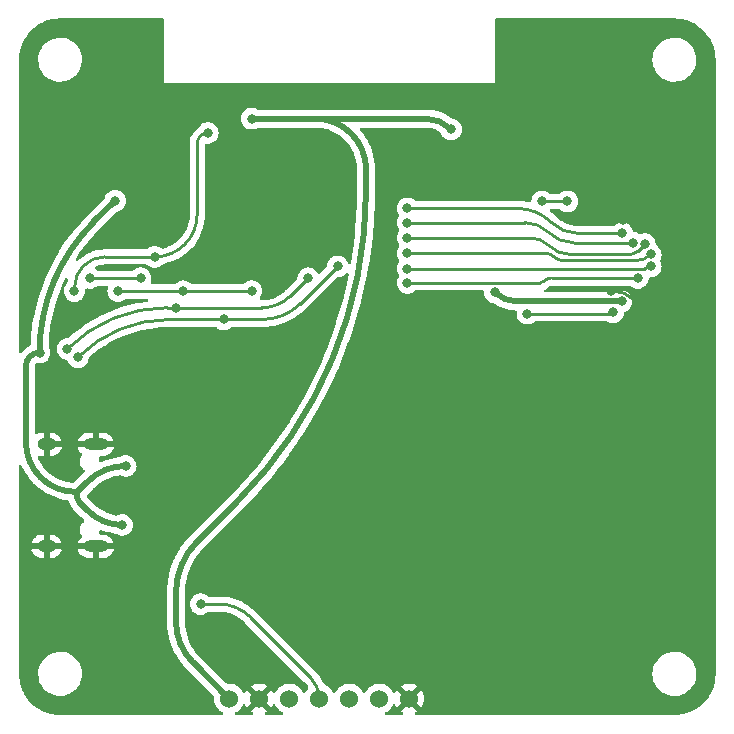
<source format=gbl>
%TF.GenerationSoftware,KiCad,Pcbnew,6.0.6*%
%TF.CreationDate,2022-08-19T01:01:07+00:00*%
%TF.ProjectId,minico2,6d696e69-636f-4322-9e6b-696361645f70,rev?*%
%TF.SameCoordinates,Original*%
%TF.FileFunction,Copper,L2,Bot*%
%TF.FilePolarity,Positive*%
%FSLAX46Y46*%
G04 Gerber Fmt 4.6, Leading zero omitted, Abs format (unit mm)*
G04 Created by KiCad (PCBNEW 6.0.6) date 2022-08-19 01:01:07*
%MOMM*%
%LPD*%
G01*
G04 APERTURE LIST*
%TA.AperFunction,ComponentPad*%
%ADD10O,1.600000X1.000000*%
%TD*%
%TA.AperFunction,ComponentPad*%
%ADD11O,2.100000X1.000000*%
%TD*%
%TA.AperFunction,ComponentPad*%
%ADD12C,1.524000*%
%TD*%
%TA.AperFunction,ViaPad*%
%ADD13C,0.800000*%
%TD*%
%TA.AperFunction,Conductor*%
%ADD14C,0.250000*%
%TD*%
%TA.AperFunction,Conductor*%
%ADD15C,0.500000*%
%TD*%
G04 APERTURE END LIST*
D10*
%TO.P,J1,S1,SHIELD*%
%TO.N,GND*%
X127840000Y-111580000D03*
D11*
X132020000Y-111580000D03*
X132020000Y-120220000D03*
D10*
X127840000Y-120220000D03*
%TD*%
D12*
%TO.P,U5,1,VDD*%
%TO.N,+3V3*%
X143300000Y-133100000D03*
%TO.P,U5,2,GND*%
%TO.N,GND*%
X145840000Y-133100000D03*
%TO.P,U5,3,TX/SCL*%
%TO.N,/SCD30_SCL*%
X148380000Y-133100000D03*
%TO.P,U5,4,RX/SDA*%
%TO.N,/SCD30_SDA*%
X150920000Y-133100000D03*
%TO.P,U5,5,RDY*%
%TO.N,unconnected-(U5-Pad5)*%
X153460000Y-133100000D03*
%TO.P,U5,6,PWM*%
%TO.N,unconnected-(U5-Pad6)*%
X156000000Y-133100000D03*
%TO.P,U5,7,SEL*%
%TO.N,GND*%
X158540000Y-133100000D03*
%TD*%
D13*
%TO.N,GND*%
X135000000Y-109750000D03*
X156150000Y-82600000D03*
X156100000Y-85400000D03*
X140800000Y-126800000D03*
X143700000Y-120800000D03*
X179200000Y-89200000D03*
X139350000Y-117300000D03*
X147400000Y-82800000D03*
X135000000Y-88150000D03*
X132550000Y-86400000D03*
X176650000Y-92550000D03*
X167400000Y-84400000D03*
X150000000Y-85300000D03*
X137500000Y-91800000D03*
X177100000Y-91000000D03*
X163500000Y-88300000D03*
X175600000Y-98550000D03*
X179900000Y-103500000D03*
X178000000Y-99700000D03*
X136200000Y-84750000D03*
X178200000Y-83150000D03*
X137100000Y-84750000D03*
X137100000Y-85650000D03*
X147300000Y-85300000D03*
X137900000Y-107050000D03*
X136200000Y-85650000D03*
X150000000Y-82800000D03*
X143350000Y-114350000D03*
X132700000Y-89700000D03*
X163500000Y-90350000D03*
X139300000Y-82850000D03*
X173700000Y-89200000D03*
X168700000Y-102550000D03*
X144800000Y-127500000D03*
X168700000Y-104150000D03*
%TO.N,+5V*%
X133650000Y-90950000D03*
X134550000Y-113400000D03*
X127250000Y-103800000D03*
X134250000Y-118400000D03*
%TO.N,+3V3*%
X176524700Y-99470377D03*
X162100000Y-84900000D03*
X165800000Y-98700000D03*
X145200000Y-84000000D03*
%TO.N,/VGH*%
X168550000Y-100500000D03*
X175800000Y-100400000D03*
%TO.N,/GDR*%
X171950000Y-91000000D03*
X169800000Y-91000000D03*
%TO.N,/BUSY*%
X158400000Y-91600000D03*
X176600000Y-93700000D03*
%TO.N,/~{RES}*%
X158400000Y-92800000D03*
X177500000Y-94500000D03*
%TO.N,/D{slash}C*%
X178500000Y-94600000D03*
X158400000Y-94100000D03*
%TO.N,/~{CS}*%
X179000000Y-95500000D03*
X158400000Y-95400000D03*
%TO.N,/DISPLAY_SCL*%
X179000000Y-96500000D03*
X158400000Y-96700000D03*
%TO.N,/GPIO0*%
X145200000Y-98600000D03*
X133900000Y-98600000D03*
X139400000Y-98600000D03*
%TO.N,Net-(Q2-Pad1)*%
X135800000Y-97500000D03*
X131500000Y-97500000D03*
%TO.N,/EN*%
X130200000Y-98600000D03*
X137000000Y-95700000D03*
X141500000Y-85200000D03*
%TO.N,/DISPLAY_SDA*%
X177900000Y-97500000D03*
X158400000Y-97900000D03*
%TO.N,/SCD30_SDA*%
X140891584Y-125100000D03*
%TO.N,/ESP_RX*%
X129600000Y-103500000D03*
X150000000Y-97500000D03*
X138800000Y-100000000D03*
%TO.N,/ESP_TX*%
X142850000Y-101000000D03*
X130500000Y-104200000D03*
X152500000Y-96500000D03*
%TD*%
D14*
%TO.N,GND*%
X177733884Y-99433883D02*
X178000000Y-99700000D01*
X177733890Y-99433877D02*
G75*
G03*
X175600000Y-98550000I-2133890J-2133923D01*
G01*
D15*
%TO.N,+5V*%
X131306503Y-114743497D02*
X130450000Y-115600000D01*
X130596447Y-116446447D02*
X131347881Y-117197881D01*
X131810839Y-92789162D02*
X133650000Y-90950000D01*
X126100000Y-111400000D02*
X126100000Y-104950000D01*
X130450000Y-115600000D02*
X130450000Y-116092893D01*
X130450000Y-115600000D02*
X130300000Y-115600000D01*
X131810834Y-92789157D02*
G75*
G03*
X127250000Y-103800000I11010866J-11010843D01*
G01*
X126100000Y-111400000D02*
G75*
G03*
X130300000Y-115600000I4200000J0D01*
G01*
X131306504Y-114743498D02*
G75*
G02*
X134550000Y-113400000I3243496J-3243502D01*
G01*
X127250000Y-103800000D02*
G75*
G03*
X126100000Y-104950000I0J-1150000D01*
G01*
X134250000Y-118400030D02*
G75*
G02*
X131347881Y-117197881I100J4104330D01*
G01*
X130450005Y-116092893D02*
G75*
G03*
X130596447Y-116446447I499995J-7D01*
G01*
%TO.N,+3V3*%
X150600000Y-84000000D02*
X145200000Y-84000000D01*
X167659854Y-99470377D02*
X176524700Y-99470377D01*
X154900000Y-90000000D02*
X154900000Y-88300000D01*
X143939845Y-116460155D02*
X140600000Y-119800000D01*
X140214214Y-130014213D02*
X143300000Y-133100000D01*
X138800000Y-124145584D02*
X138800000Y-126600000D01*
X159927208Y-84000000D02*
X150600000Y-84000000D01*
X140214219Y-130014208D02*
G75*
G02*
X138800000Y-126600000I3414181J3414208D01*
G01*
X150600000Y-84000000D02*
G75*
G02*
X154900000Y-88300000I0J-4300000D01*
G01*
X159927208Y-83999997D02*
G75*
G02*
X162100000Y-84900000I-8J-3072803D01*
G01*
X138799994Y-124145584D02*
G75*
G02*
X140600000Y-119800000I6145606J-16D01*
G01*
X167659854Y-99470395D02*
G75*
G02*
X165800001Y-98699999I46J2630295D01*
G01*
X143939843Y-116460153D02*
G75*
G03*
X154900000Y-90000000I-26460143J26460153D01*
G01*
D14*
%TO.N,/VGH*%
X168550000Y-100500000D02*
X175558579Y-100500000D01*
X175800006Y-100400006D02*
G75*
G02*
X175558579Y-100500000I-241406J241406D01*
G01*
%TO.N,/GDR*%
X171950000Y-91000000D02*
X169800000Y-91000000D01*
%TO.N,/BUSY*%
X172772792Y-93700000D02*
X176600000Y-93700000D01*
X158400000Y-91600000D02*
X167702944Y-91600000D01*
X172772792Y-93700003D02*
G75*
G02*
X170600000Y-92800000I8J3072803D01*
G01*
X170599987Y-92800013D02*
G75*
G03*
X167702944Y-91600000I-2897087J-2897087D01*
G01*
%TO.N,/~{RES}*%
X158400000Y-92800000D02*
X168368630Y-92800000D01*
X172472792Y-94500000D02*
X177500000Y-94500000D01*
X170299991Y-93600009D02*
G75*
G03*
X168368630Y-92800000I-1931391J-1931391D01*
G01*
X172472792Y-94500003D02*
G75*
G02*
X170300000Y-93600000I8J3072803D01*
G01*
%TO.N,/D{slash}C*%
X177892893Y-95207107D02*
X178500000Y-94600000D01*
X172231370Y-95500000D02*
X177185786Y-95500000D01*
X158400000Y-94100000D02*
X168851472Y-94100000D01*
X170300008Y-94699992D02*
G75*
G03*
X168851472Y-94100000I-1448508J-1448508D01*
G01*
X172231370Y-95500041D02*
G75*
G02*
X170300000Y-94700000I30J2731341D01*
G01*
X177892900Y-95207114D02*
G75*
G02*
X177185786Y-95500000I-707100J707114D01*
G01*
%TO.N,/~{CS}*%
X171524264Y-96000000D02*
X177792894Y-96000000D01*
X158400000Y-95400000D02*
X170075736Y-95400000D01*
X170799989Y-95700011D02*
G75*
G03*
X170075736Y-95400000I-724289J-724289D01*
G01*
X171524264Y-96000014D02*
G75*
G02*
X170800001Y-95699999I36J1024314D01*
G01*
X179000002Y-95500002D02*
G75*
G02*
X177792894Y-96000000I-1207102J1207102D01*
G01*
%TO.N,/DISPLAY_SCL*%
X158400000Y-96700000D02*
X178517158Y-96700000D01*
X179000013Y-96500013D02*
G75*
G02*
X178517158Y-96700000I-482813J482813D01*
G01*
%TO.N,/GPIO0*%
X139400000Y-98600000D02*
X145200000Y-98600000D01*
X133900000Y-98600000D02*
X139400000Y-98600000D01*
%TO.N,Net-(Q2-Pad1)*%
X135800000Y-97500000D02*
X131500000Y-97500000D01*
%TO.N,/EN*%
X140600000Y-92100000D02*
X140600000Y-86100000D01*
X130200000Y-98600000D02*
X130200000Y-98300000D01*
X132800000Y-95700000D02*
X137000000Y-95700000D01*
X140600000Y-92100000D02*
G75*
G02*
X137000000Y-95700000I-3600000J0D01*
G01*
X141500000Y-85200000D02*
G75*
G03*
X140600000Y-86100000I0J-900000D01*
G01*
X132800000Y-95700000D02*
G75*
G03*
X130200000Y-98300000I0J-2600000D01*
G01*
%TO.N,/DISPLAY_SDA*%
X170624264Y-97500000D02*
X177900000Y-97500000D01*
X158400000Y-97900000D02*
X169658579Y-97900000D01*
X169900006Y-97800006D02*
G75*
G02*
X169658579Y-97900000I-241406J241406D01*
G01*
X170624264Y-97499986D02*
G75*
G03*
X169900001Y-97800001I36J-1024314D01*
G01*
%TO.N,/SCD30_SDA*%
X140891584Y-125100000D02*
X142444366Y-125100000D01*
X145100000Y-126200000D02*
X150156324Y-131256324D01*
X150156334Y-131256314D02*
G75*
G02*
X150920000Y-133100000I-1843734J-1843686D01*
G01*
X145100010Y-126199990D02*
G75*
G03*
X142444366Y-125100000I-2655610J-2655610D01*
G01*
%TO.N,/ESP_RX*%
X138049747Y-100000000D02*
X146100000Y-100000000D01*
X148489950Y-99010051D02*
X150000000Y-97500000D01*
X138049747Y-100000020D02*
G75*
G03*
X129600000Y-103500000I-47J-11949680D01*
G01*
X148489950Y-99010051D02*
G75*
G02*
X146100000Y-100000000I-2389950J2389951D01*
G01*
%TO.N,/ESP_TX*%
X149343503Y-99656497D02*
X152500000Y-96500000D01*
X142850000Y-101000000D02*
X146100000Y-101000000D01*
X138225483Y-101000000D02*
X142850000Y-101000000D01*
X149343502Y-99656496D02*
G75*
G02*
X146100000Y-101000000I-3243502J3243496D01*
G01*
X138225483Y-100999994D02*
G75*
G03*
X130500001Y-104200001I17J-10925506D01*
G01*
%TD*%
%TA.AperFunction,Conductor*%
%TO.N,GND*%
G36*
X137742121Y-75528502D02*
G01*
X137788614Y-75582158D01*
X137800000Y-75634500D01*
X137800000Y-80980000D01*
X165800000Y-80980000D01*
X165800000Y-79042277D01*
X179137009Y-79042277D01*
X179162625Y-79310769D01*
X179163710Y-79315203D01*
X179163711Y-79315209D01*
X179225645Y-79568312D01*
X179226731Y-79572750D01*
X179327985Y-79822733D01*
X179464265Y-80055482D01*
X179467118Y-80059049D01*
X179584686Y-80206060D01*
X179632716Y-80266119D01*
X179829809Y-80450234D01*
X180051416Y-80603968D01*
X180055499Y-80605999D01*
X180055502Y-80606001D01*
X180171013Y-80663466D01*
X180292894Y-80724101D01*
X180297228Y-80725522D01*
X180297231Y-80725523D01*
X180544853Y-80806698D01*
X180544859Y-80806699D01*
X180549186Y-80808118D01*
X180553677Y-80808898D01*
X180553678Y-80808898D01*
X180811140Y-80853601D01*
X180811148Y-80853602D01*
X180814921Y-80854257D01*
X180818758Y-80854448D01*
X180898578Y-80858422D01*
X180898586Y-80858422D01*
X180900149Y-80858500D01*
X181068512Y-80858500D01*
X181070780Y-80858335D01*
X181070792Y-80858335D01*
X181201884Y-80848823D01*
X181269004Y-80843953D01*
X181273459Y-80842969D01*
X181273462Y-80842969D01*
X181527912Y-80786791D01*
X181527916Y-80786790D01*
X181532372Y-80785806D01*
X181658480Y-80738028D01*
X181780318Y-80691868D01*
X181780321Y-80691867D01*
X181784588Y-80690250D01*
X182020368Y-80559286D01*
X182234773Y-80395657D01*
X182423312Y-80202792D01*
X182582034Y-79984730D01*
X182665190Y-79826676D01*
X182705490Y-79750079D01*
X182705493Y-79750073D01*
X182707615Y-79746039D01*
X182770378Y-79568312D01*
X182795902Y-79496033D01*
X182795902Y-79496032D01*
X182797425Y-79491720D01*
X182849581Y-79227100D01*
X182858782Y-79042277D01*
X182862764Y-78962292D01*
X182862764Y-78962286D01*
X182862991Y-78957723D01*
X182837375Y-78689231D01*
X182829678Y-78657773D01*
X182774355Y-78431688D01*
X182773269Y-78427250D01*
X182672015Y-78177267D01*
X182563816Y-77992477D01*
X182538045Y-77948463D01*
X182538044Y-77948462D01*
X182535735Y-77944518D01*
X182417928Y-77797208D01*
X182370136Y-77737447D01*
X182370135Y-77737445D01*
X182367284Y-77733881D01*
X182170191Y-77549766D01*
X181948584Y-77396032D01*
X181944501Y-77394001D01*
X181944498Y-77393999D01*
X181779606Y-77311967D01*
X181707106Y-77275899D01*
X181702772Y-77274478D01*
X181702769Y-77274477D01*
X181455147Y-77193302D01*
X181455141Y-77193301D01*
X181450814Y-77191882D01*
X181446322Y-77191102D01*
X181188860Y-77146399D01*
X181188852Y-77146398D01*
X181185079Y-77145743D01*
X181173817Y-77145182D01*
X181101422Y-77141578D01*
X181101414Y-77141578D01*
X181099851Y-77141500D01*
X180931488Y-77141500D01*
X180929220Y-77141665D01*
X180929208Y-77141665D01*
X180798116Y-77151177D01*
X180730996Y-77156047D01*
X180726541Y-77157031D01*
X180726538Y-77157031D01*
X180472088Y-77213209D01*
X180472084Y-77213210D01*
X180467628Y-77214194D01*
X180341520Y-77261972D01*
X180219682Y-77308132D01*
X180219679Y-77308133D01*
X180215412Y-77309750D01*
X179979632Y-77440714D01*
X179765227Y-77604343D01*
X179576688Y-77797208D01*
X179417966Y-78015270D01*
X179415844Y-78019304D01*
X179294510Y-78249921D01*
X179294507Y-78249927D01*
X179292385Y-78253961D01*
X179290865Y-78258266D01*
X179290863Y-78258270D01*
X179204098Y-78503967D01*
X179202575Y-78508280D01*
X179150419Y-78772900D01*
X179150192Y-78777453D01*
X179150192Y-78777456D01*
X179137450Y-79033421D01*
X179137009Y-79042277D01*
X165800000Y-79042277D01*
X165800000Y-75634500D01*
X165820002Y-75566379D01*
X165873658Y-75519886D01*
X165926000Y-75508500D01*
X180950633Y-75508500D01*
X180970018Y-75510000D01*
X180984852Y-75512310D01*
X180984855Y-75512310D01*
X180993724Y-75513691D01*
X181002627Y-75512527D01*
X181002628Y-75512527D01*
X181013076Y-75511161D01*
X181035594Y-75510249D01*
X181336051Y-75525010D01*
X181348345Y-75526221D01*
X181675034Y-75574680D01*
X181687156Y-75577090D01*
X181707387Y-75582158D01*
X182007523Y-75657339D01*
X182019355Y-75660928D01*
X182330311Y-75772190D01*
X182341735Y-75776922D01*
X182409500Y-75808972D01*
X182640292Y-75918128D01*
X182651188Y-75923953D01*
X182792101Y-76008412D01*
X182934467Y-76093744D01*
X182944748Y-76100614D01*
X183210017Y-76297350D01*
X183219556Y-76305177D01*
X183464282Y-76526985D01*
X183473015Y-76535718D01*
X183694823Y-76780444D01*
X183702650Y-76789983D01*
X183846901Y-76984483D01*
X183899386Y-77055252D01*
X183906256Y-77065533D01*
X184076045Y-77348807D01*
X184081874Y-77359712D01*
X184223078Y-77658265D01*
X184227810Y-77669689D01*
X184339072Y-77980645D01*
X184342661Y-77992477D01*
X184349381Y-78019304D01*
X184409240Y-78258270D01*
X184422909Y-78312841D01*
X184425320Y-78324966D01*
X184451873Y-78503967D01*
X184473779Y-78651650D01*
X184474990Y-78663949D01*
X184480124Y-78768428D01*
X184489390Y-78957034D01*
X184488042Y-78982598D01*
X184486309Y-78993724D01*
X184487474Y-79002630D01*
X184490436Y-79025283D01*
X184491500Y-79041621D01*
X184491500Y-130950633D01*
X184490000Y-130970018D01*
X184486309Y-130993724D01*
X184487473Y-131002627D01*
X184487473Y-131002628D01*
X184488839Y-131013076D01*
X184489751Y-131035594D01*
X184476015Y-131315209D01*
X184474991Y-131336045D01*
X184473779Y-131348345D01*
X184441230Y-131567782D01*
X184425321Y-131675031D01*
X184422910Y-131687156D01*
X184408160Y-131746039D01*
X184342661Y-132007523D01*
X184339072Y-132019355D01*
X184227810Y-132330311D01*
X184223078Y-132341735D01*
X184173240Y-132447110D01*
X184089025Y-132625169D01*
X184081874Y-132640288D01*
X184076047Y-132651188D01*
X184028084Y-132731210D01*
X183906256Y-132934467D01*
X183899386Y-132944748D01*
X183702650Y-133210017D01*
X183694823Y-133219556D01*
X183473020Y-133464277D01*
X183464282Y-133473015D01*
X183219556Y-133694823D01*
X183210017Y-133702650D01*
X183086545Y-133794223D01*
X182944748Y-133899386D01*
X182934467Y-133906256D01*
X182792101Y-133991588D01*
X182651188Y-134076047D01*
X182640292Y-134081872D01*
X182505870Y-134145448D01*
X182341735Y-134223078D01*
X182330311Y-134227810D01*
X182019355Y-134339072D01*
X182007523Y-134342661D01*
X181781196Y-134399354D01*
X181687156Y-134422910D01*
X181675034Y-134425320D01*
X181348345Y-134473779D01*
X181336051Y-134474990D01*
X181042961Y-134489390D01*
X181017402Y-134488042D01*
X181006276Y-134486309D01*
X180974714Y-134490436D01*
X180958379Y-134491500D01*
X159129344Y-134491500D01*
X159061223Y-134471498D01*
X159014730Y-134417842D01*
X159004626Y-134347568D01*
X159034120Y-134282988D01*
X159076094Y-134251305D01*
X159172445Y-134206376D01*
X159181931Y-134200898D01*
X159225764Y-134170207D01*
X159234139Y-134159729D01*
X159227071Y-134146281D01*
X158552812Y-133472022D01*
X158538868Y-133464408D01*
X158537035Y-133464539D01*
X158530420Y-133468790D01*
X157852207Y-134147003D01*
X157845777Y-134158777D01*
X157855074Y-134170793D01*
X157898069Y-134200898D01*
X157907555Y-134206376D01*
X158003906Y-134251305D01*
X158057191Y-134298222D01*
X158076652Y-134366500D01*
X158056110Y-134434460D01*
X158002087Y-134480525D01*
X157950656Y-134491500D01*
X156590527Y-134491500D01*
X156522406Y-134471498D01*
X156475913Y-134417842D01*
X156465809Y-134347568D01*
X156495303Y-134282988D01*
X156537277Y-134251305D01*
X156632690Y-134206814D01*
X156632695Y-134206811D01*
X156637677Y-134204488D01*
X156739505Y-134133187D01*
X156815270Y-134080136D01*
X156815273Y-134080134D01*
X156819781Y-134076977D01*
X156976977Y-133919781D01*
X156986448Y-133906256D01*
X157101331Y-133742185D01*
X157101332Y-133742183D01*
X157104488Y-133737676D01*
X157106811Y-133732694D01*
X157106814Y-133732689D01*
X157156081Y-133627035D01*
X157202999Y-133573750D01*
X157271276Y-133554289D01*
X157339236Y-133574831D01*
X157384471Y-133627035D01*
X157433623Y-133732441D01*
X157439103Y-133741932D01*
X157469794Y-133785765D01*
X157480271Y-133794140D01*
X157493718Y-133787072D01*
X158167978Y-133112812D01*
X158174356Y-133101132D01*
X158904408Y-133101132D01*
X158904539Y-133102965D01*
X158908790Y-133109580D01*
X159587003Y-133787793D01*
X159598777Y-133794223D01*
X159610793Y-133784926D01*
X159640897Y-133741932D01*
X159646377Y-133732441D01*
X159735645Y-133541007D01*
X159739391Y-133530715D01*
X159794059Y-133326691D01*
X159795962Y-133315896D01*
X159814372Y-133105475D01*
X159814372Y-133094525D01*
X159795962Y-132884104D01*
X159794059Y-132873309D01*
X159739391Y-132669285D01*
X159735645Y-132658993D01*
X159646377Y-132467559D01*
X159640897Y-132458068D01*
X159610206Y-132414235D01*
X159599729Y-132405860D01*
X159586282Y-132412928D01*
X158912022Y-133087188D01*
X158904408Y-133101132D01*
X158174356Y-133101132D01*
X158175592Y-133098868D01*
X158175461Y-133097035D01*
X158171210Y-133090420D01*
X157492997Y-132412207D01*
X157481223Y-132405777D01*
X157469207Y-132415074D01*
X157439103Y-132458068D01*
X157433623Y-132467559D01*
X157384471Y-132572965D01*
X157337553Y-132626250D01*
X157269276Y-132645711D01*
X157201316Y-132625169D01*
X157156081Y-132572965D01*
X157106814Y-132467311D01*
X157106811Y-132467306D01*
X157104488Y-132462324D01*
X157093835Y-132447110D01*
X156980136Y-132284730D01*
X156980134Y-132284727D01*
X156976977Y-132280219D01*
X156819781Y-132123023D01*
X156815273Y-132119866D01*
X156815270Y-132119864D01*
X156723323Y-132055482D01*
X156701599Y-132040271D01*
X157845860Y-132040271D01*
X157852928Y-132053718D01*
X158527188Y-132727978D01*
X158541132Y-132735592D01*
X158542965Y-132735461D01*
X158549580Y-132731210D01*
X159227793Y-132052997D01*
X159234223Y-132041223D01*
X159224926Y-132029207D01*
X159181931Y-131999102D01*
X159172445Y-131993624D01*
X158981007Y-131904355D01*
X158970715Y-131900609D01*
X158766691Y-131845941D01*
X158755896Y-131844038D01*
X158545475Y-131825628D01*
X158534525Y-131825628D01*
X158324104Y-131844038D01*
X158313309Y-131845941D01*
X158109285Y-131900609D01*
X158098993Y-131904355D01*
X157907559Y-131993623D01*
X157898068Y-131999103D01*
X157854235Y-132029794D01*
X157845860Y-132040271D01*
X156701599Y-132040271D01*
X156637677Y-131995512D01*
X156632695Y-131993189D01*
X156632690Y-131993186D01*
X156441178Y-131903883D01*
X156441177Y-131903882D01*
X156436196Y-131901560D01*
X156430888Y-131900138D01*
X156430886Y-131900137D01*
X156315842Y-131869311D01*
X156221463Y-131844022D01*
X156000000Y-131824647D01*
X155778537Y-131844022D01*
X155684158Y-131869311D01*
X155569114Y-131900137D01*
X155569112Y-131900138D01*
X155563804Y-131901560D01*
X155558823Y-131903882D01*
X155558822Y-131903883D01*
X155367311Y-131993186D01*
X155367306Y-131993189D01*
X155362324Y-131995512D01*
X155357817Y-131998668D01*
X155357815Y-131998669D01*
X155184730Y-132119864D01*
X155184727Y-132119866D01*
X155180219Y-132123023D01*
X155023023Y-132280219D01*
X155019866Y-132284727D01*
X155019864Y-132284730D01*
X154906165Y-132447110D01*
X154895512Y-132462324D01*
X154893189Y-132467306D01*
X154893186Y-132467311D01*
X154844195Y-132572373D01*
X154797277Y-132625658D01*
X154729000Y-132645119D01*
X154661040Y-132624577D01*
X154615805Y-132572373D01*
X154566814Y-132467311D01*
X154566811Y-132467306D01*
X154564488Y-132462324D01*
X154553835Y-132447110D01*
X154440136Y-132284730D01*
X154440134Y-132284727D01*
X154436977Y-132280219D01*
X154279781Y-132123023D01*
X154275273Y-132119866D01*
X154275270Y-132119864D01*
X154183323Y-132055482D01*
X154097677Y-131995512D01*
X154092695Y-131993189D01*
X154092690Y-131993186D01*
X153901178Y-131903883D01*
X153901177Y-131903882D01*
X153896196Y-131901560D01*
X153890888Y-131900138D01*
X153890886Y-131900137D01*
X153775842Y-131869311D01*
X153681463Y-131844022D01*
X153460000Y-131824647D01*
X153238537Y-131844022D01*
X153144158Y-131869311D01*
X153029114Y-131900137D01*
X153029112Y-131900138D01*
X153023804Y-131901560D01*
X153018823Y-131903882D01*
X153018822Y-131903883D01*
X152827311Y-131993186D01*
X152827306Y-131993189D01*
X152822324Y-131995512D01*
X152817817Y-131998668D01*
X152817815Y-131998669D01*
X152644730Y-132119864D01*
X152644727Y-132119866D01*
X152640219Y-132123023D01*
X152483023Y-132280219D01*
X152479866Y-132284727D01*
X152479864Y-132284730D01*
X152366165Y-132447110D01*
X152355512Y-132462324D01*
X152353189Y-132467306D01*
X152353186Y-132467311D01*
X152304195Y-132572373D01*
X152257277Y-132625658D01*
X152189000Y-132645119D01*
X152121040Y-132624577D01*
X152075805Y-132572373D01*
X152026814Y-132467311D01*
X152026811Y-132467306D01*
X152024488Y-132462324D01*
X152013835Y-132447110D01*
X151900136Y-132284730D01*
X151900134Y-132284727D01*
X151896977Y-132280219D01*
X151739781Y-132123023D01*
X151735273Y-132119866D01*
X151735270Y-132119864D01*
X151643323Y-132055482D01*
X151557677Y-131995512D01*
X151552695Y-131993189D01*
X151552690Y-131993186D01*
X151364939Y-131905637D01*
X151311654Y-131858720D01*
X151304286Y-131845313D01*
X151175599Y-131573221D01*
X151175595Y-131573214D01*
X151174279Y-131570431D01*
X151041171Y-131348350D01*
X151012173Y-131299968D01*
X151012172Y-131299967D01*
X151010578Y-131297307D01*
X150824818Y-131046833D01*
X150822740Y-131044031D01*
X150822734Y-131044024D01*
X150821439Y-131042277D01*
X179137009Y-131042277D01*
X179162625Y-131310769D01*
X179163710Y-131315203D01*
X179163711Y-131315209D01*
X179225515Y-131567782D01*
X179226731Y-131572750D01*
X179327985Y-131822733D01*
X179368884Y-131892583D01*
X179439701Y-132013529D01*
X179464265Y-132055482D01*
X179467118Y-132059049D01*
X179584686Y-132206060D01*
X179632716Y-132266119D01*
X179829809Y-132450234D01*
X180051416Y-132603968D01*
X180055499Y-132605999D01*
X180055502Y-132606001D01*
X180124422Y-132640288D01*
X180292894Y-132724101D01*
X180297228Y-132725522D01*
X180297231Y-132725523D01*
X180544853Y-132806698D01*
X180544859Y-132806699D01*
X180549186Y-132808118D01*
X180553677Y-132808898D01*
X180553678Y-132808898D01*
X180811140Y-132853601D01*
X180811148Y-132853602D01*
X180814921Y-132854257D01*
X180818758Y-132854448D01*
X180898578Y-132858422D01*
X180898586Y-132858422D01*
X180900149Y-132858500D01*
X181068512Y-132858500D01*
X181070780Y-132858335D01*
X181070792Y-132858335D01*
X181201884Y-132848823D01*
X181269004Y-132843953D01*
X181273459Y-132842969D01*
X181273462Y-132842969D01*
X181527912Y-132786791D01*
X181527916Y-132786790D01*
X181532372Y-132785806D01*
X181664910Y-132735592D01*
X181780318Y-132691868D01*
X181780321Y-132691867D01*
X181784588Y-132690250D01*
X182020368Y-132559286D01*
X182234773Y-132395657D01*
X182423312Y-132202792D01*
X182582034Y-131984730D01*
X182634521Y-131884969D01*
X182705490Y-131750079D01*
X182705493Y-131750073D01*
X182707615Y-131746039D01*
X182713441Y-131729543D01*
X182795902Y-131496033D01*
X182795902Y-131496032D01*
X182797425Y-131491720D01*
X182835219Y-131299968D01*
X182848700Y-131231572D01*
X182848701Y-131231566D01*
X182849581Y-131227100D01*
X182858562Y-131046695D01*
X182862764Y-130962292D01*
X182862764Y-130962286D01*
X182862991Y-130957723D01*
X182837375Y-130689231D01*
X182801228Y-130541507D01*
X182774355Y-130431688D01*
X182773269Y-130427250D01*
X182672015Y-130177267D01*
X182535735Y-129944518D01*
X182417928Y-129797208D01*
X182370136Y-129737447D01*
X182370135Y-129737445D01*
X182367284Y-129733881D01*
X182170191Y-129549766D01*
X181948584Y-129396032D01*
X181944501Y-129394001D01*
X181944498Y-129393999D01*
X181779606Y-129311967D01*
X181707106Y-129275899D01*
X181702772Y-129274478D01*
X181702769Y-129274477D01*
X181455147Y-129193302D01*
X181455141Y-129193301D01*
X181450814Y-129191882D01*
X181446322Y-129191102D01*
X181188860Y-129146399D01*
X181188852Y-129146398D01*
X181185079Y-129145743D01*
X181173817Y-129145182D01*
X181101422Y-129141578D01*
X181101414Y-129141578D01*
X181099851Y-129141500D01*
X180931488Y-129141500D01*
X180929220Y-129141665D01*
X180929208Y-129141665D01*
X180798116Y-129151177D01*
X180730996Y-129156047D01*
X180726541Y-129157031D01*
X180726538Y-129157031D01*
X180472088Y-129213209D01*
X180472084Y-129213210D01*
X180467628Y-129214194D01*
X180341520Y-129261972D01*
X180219682Y-129308132D01*
X180219679Y-129308133D01*
X180215412Y-129309750D01*
X179979632Y-129440714D01*
X179765227Y-129604343D01*
X179576688Y-129797208D01*
X179417966Y-130015270D01*
X179415844Y-130019304D01*
X179294510Y-130249921D01*
X179294507Y-130249927D01*
X179292385Y-130253961D01*
X179290865Y-130258266D01*
X179290863Y-130258270D01*
X179204098Y-130503967D01*
X179202575Y-130508280D01*
X179150419Y-130772900D01*
X179150192Y-130777453D01*
X179150192Y-130777456D01*
X179137342Y-131035597D01*
X179137009Y-131042277D01*
X150821439Y-131042277D01*
X150820895Y-131041544D01*
X150660889Y-130865001D01*
X150661998Y-130863996D01*
X150661816Y-130863855D01*
X150660737Y-130864833D01*
X150655221Y-130858747D01*
X150628940Y-130829750D01*
X150621550Y-130820799D01*
X150616923Y-130814636D01*
X150607572Y-130805088D01*
X150583063Y-130785870D01*
X150571716Y-130775812D01*
X145586134Y-125790229D01*
X145574468Y-125776786D01*
X145563071Y-125761606D01*
X145563068Y-125761603D01*
X145560593Y-125758306D01*
X145551242Y-125748758D01*
X145548004Y-125746220D01*
X145544920Y-125743457D01*
X145544922Y-125743454D01*
X145542992Y-125741818D01*
X145268343Y-125490149D01*
X145266181Y-125488490D01*
X145266175Y-125488485D01*
X145162880Y-125409225D01*
X144964275Y-125256830D01*
X144641029Y-125050900D01*
X144301065Y-124873928D01*
X143946970Y-124727259D01*
X143581439Y-124612010D01*
X143207255Y-124529057D01*
X142827264Y-124479034D01*
X142824512Y-124478914D01*
X142824502Y-124478913D01*
X142575992Y-124468065D01*
X142473156Y-124463576D01*
X142464458Y-124462769D01*
X142461800Y-124462567D01*
X142457724Y-124461987D01*
X142452129Y-124461928D01*
X142448495Y-124461890D01*
X142448490Y-124461890D01*
X142444360Y-124461847D01*
X142440253Y-124462344D01*
X142413456Y-124465587D01*
X142398318Y-124466500D01*
X141599784Y-124466500D01*
X141531663Y-124446498D01*
X141512437Y-124430157D01*
X141512164Y-124430460D01*
X141507252Y-124426037D01*
X141502837Y-124421134D01*
X141348336Y-124308882D01*
X141342308Y-124306198D01*
X141342306Y-124306197D01*
X141179903Y-124233891D01*
X141179902Y-124233891D01*
X141173872Y-124231206D01*
X141080472Y-124211353D01*
X140993528Y-124192872D01*
X140993523Y-124192872D01*
X140987071Y-124191500D01*
X140796097Y-124191500D01*
X140789645Y-124192872D01*
X140789640Y-124192872D01*
X140702696Y-124211353D01*
X140609296Y-124231206D01*
X140603266Y-124233891D01*
X140603265Y-124233891D01*
X140440862Y-124306197D01*
X140440860Y-124306198D01*
X140434832Y-124308882D01*
X140280331Y-124421134D01*
X140275910Y-124426044D01*
X140275909Y-124426045D01*
X140227873Y-124479395D01*
X140152544Y-124563056D01*
X140057057Y-124728444D01*
X139998042Y-124910072D01*
X139978080Y-125100000D01*
X139998042Y-125289928D01*
X140057057Y-125471556D01*
X140152544Y-125636944D01*
X140156962Y-125641851D01*
X140156963Y-125641852D01*
X140253017Y-125748531D01*
X140280331Y-125778866D01*
X140379427Y-125850864D01*
X140400847Y-125866426D01*
X140434832Y-125891118D01*
X140440860Y-125893802D01*
X140440862Y-125893803D01*
X140603265Y-125966109D01*
X140609296Y-125968794D01*
X140702697Y-125988647D01*
X140789640Y-126007128D01*
X140789645Y-126007128D01*
X140796097Y-126008500D01*
X140987071Y-126008500D01*
X140993523Y-126007128D01*
X140993528Y-126007128D01*
X141080471Y-125988647D01*
X141173872Y-125968794D01*
X141179903Y-125966109D01*
X141342306Y-125893803D01*
X141342308Y-125893802D01*
X141348336Y-125891118D01*
X141382322Y-125866426D01*
X141482714Y-125793486D01*
X141502837Y-125778866D01*
X141507252Y-125773963D01*
X141512164Y-125769540D01*
X141513289Y-125770789D01*
X141566598Y-125737949D01*
X141599784Y-125733500D01*
X142394353Y-125733500D01*
X142410799Y-125734578D01*
X142430158Y-125737127D01*
X142430162Y-125737127D01*
X142437689Y-125738118D01*
X142445235Y-125737285D01*
X142445242Y-125737285D01*
X142458719Y-125735797D01*
X142478724Y-125735188D01*
X142613556Y-125741810D01*
X142744220Y-125748228D01*
X142756512Y-125749438D01*
X143047352Y-125792578D01*
X143059466Y-125794988D01*
X143271201Y-125848023D01*
X143344672Y-125866426D01*
X143356505Y-125870015D01*
X143633335Y-125969065D01*
X143644759Y-125973797D01*
X143715232Y-126007128D01*
X143910548Y-126099505D01*
X143921449Y-126105332D01*
X144173634Y-126256485D01*
X144183915Y-126263355D01*
X144420065Y-126438495D01*
X144429623Y-126446339D01*
X144621014Y-126619805D01*
X144636360Y-126636461D01*
X144644057Y-126646492D01*
X144669580Y-126666940D01*
X144671495Y-126668474D01*
X144681809Y-126677713D01*
X149672999Y-131668904D01*
X149683868Y-131681297D01*
X149700375Y-131702810D01*
X149706303Y-131707559D01*
X149715799Y-131715167D01*
X149730970Y-131729543D01*
X149851155Y-131864034D01*
X149859964Y-131875080D01*
X149979861Y-132044062D01*
X149987378Y-132056024D01*
X150005524Y-132088856D01*
X150020969Y-132158153D01*
X149996499Y-132224799D01*
X149984341Y-132238901D01*
X149943023Y-132280219D01*
X149939866Y-132284727D01*
X149939864Y-132284730D01*
X149826165Y-132447110D01*
X149815512Y-132462324D01*
X149813189Y-132467306D01*
X149813186Y-132467311D01*
X149764195Y-132572373D01*
X149717277Y-132625658D01*
X149649000Y-132645119D01*
X149581040Y-132624577D01*
X149535805Y-132572373D01*
X149486814Y-132467311D01*
X149486811Y-132467306D01*
X149484488Y-132462324D01*
X149473835Y-132447110D01*
X149360136Y-132284730D01*
X149360134Y-132284727D01*
X149356977Y-132280219D01*
X149199781Y-132123023D01*
X149195273Y-132119866D01*
X149195270Y-132119864D01*
X149103323Y-132055482D01*
X149017677Y-131995512D01*
X149012695Y-131993189D01*
X149012690Y-131993186D01*
X148821178Y-131903883D01*
X148821177Y-131903882D01*
X148816196Y-131901560D01*
X148810888Y-131900138D01*
X148810886Y-131900137D01*
X148695842Y-131869311D01*
X148601463Y-131844022D01*
X148380000Y-131824647D01*
X148158537Y-131844022D01*
X148064158Y-131869311D01*
X147949114Y-131900137D01*
X147949112Y-131900138D01*
X147943804Y-131901560D01*
X147938823Y-131903882D01*
X147938822Y-131903883D01*
X147747311Y-131993186D01*
X147747306Y-131993189D01*
X147742324Y-131995512D01*
X147737817Y-131998668D01*
X147737815Y-131998669D01*
X147564730Y-132119864D01*
X147564727Y-132119866D01*
X147560219Y-132123023D01*
X147403023Y-132280219D01*
X147399866Y-132284727D01*
X147399864Y-132284730D01*
X147286165Y-132447110D01*
X147275512Y-132462324D01*
X147273189Y-132467306D01*
X147273186Y-132467311D01*
X147223919Y-132572965D01*
X147177001Y-132626250D01*
X147108724Y-132645711D01*
X147040764Y-132625169D01*
X146995529Y-132572965D01*
X146946377Y-132467559D01*
X146940897Y-132458068D01*
X146910206Y-132414235D01*
X146899729Y-132405860D01*
X146886282Y-132412928D01*
X146212022Y-133087188D01*
X146204408Y-133101132D01*
X146204539Y-133102965D01*
X146208790Y-133109580D01*
X146887003Y-133787793D01*
X146898777Y-133794223D01*
X146910793Y-133784926D01*
X146940897Y-133741932D01*
X146946377Y-133732441D01*
X146995529Y-133627035D01*
X147042447Y-133573750D01*
X147110724Y-133554289D01*
X147178684Y-133574831D01*
X147223919Y-133627035D01*
X147273186Y-133732689D01*
X147273189Y-133732694D01*
X147275512Y-133737676D01*
X147278668Y-133742183D01*
X147278669Y-133742185D01*
X147393553Y-133906256D01*
X147403023Y-133919781D01*
X147560219Y-134076977D01*
X147564727Y-134080134D01*
X147564730Y-134080136D01*
X147640495Y-134133187D01*
X147742323Y-134204488D01*
X147747305Y-134206811D01*
X147747310Y-134206814D01*
X147842723Y-134251305D01*
X147896008Y-134298222D01*
X147915469Y-134366499D01*
X147894927Y-134434459D01*
X147840905Y-134480525D01*
X147789473Y-134491500D01*
X146429344Y-134491500D01*
X146361223Y-134471498D01*
X146314730Y-134417842D01*
X146304626Y-134347568D01*
X146334120Y-134282988D01*
X146376094Y-134251305D01*
X146472445Y-134206376D01*
X146481931Y-134200898D01*
X146525764Y-134170207D01*
X146534139Y-134159729D01*
X146527071Y-134146281D01*
X145852812Y-133472022D01*
X145838868Y-133464408D01*
X145837035Y-133464539D01*
X145830420Y-133468790D01*
X145152207Y-134147003D01*
X145145777Y-134158777D01*
X145155074Y-134170793D01*
X145198069Y-134200898D01*
X145207555Y-134206376D01*
X145303906Y-134251305D01*
X145357191Y-134298222D01*
X145376652Y-134366500D01*
X145356110Y-134434460D01*
X145302087Y-134480525D01*
X145250656Y-134491500D01*
X143890527Y-134491500D01*
X143822406Y-134471498D01*
X143775913Y-134417842D01*
X143765809Y-134347568D01*
X143795303Y-134282988D01*
X143837277Y-134251305D01*
X143932690Y-134206814D01*
X143932695Y-134206811D01*
X143937677Y-134204488D01*
X144039505Y-134133187D01*
X144115270Y-134080136D01*
X144115273Y-134080134D01*
X144119781Y-134076977D01*
X144276977Y-133919781D01*
X144286448Y-133906256D01*
X144401331Y-133742185D01*
X144401332Y-133742183D01*
X144404488Y-133737676D01*
X144406811Y-133732694D01*
X144406814Y-133732689D01*
X144456081Y-133627035D01*
X144502999Y-133573750D01*
X144571276Y-133554289D01*
X144639236Y-133574831D01*
X144684471Y-133627035D01*
X144733623Y-133732441D01*
X144739103Y-133741932D01*
X144769794Y-133785765D01*
X144780271Y-133794140D01*
X144793718Y-133787072D01*
X145467978Y-133112812D01*
X145475592Y-133098868D01*
X145475461Y-133097035D01*
X145471210Y-133090420D01*
X144792997Y-132412207D01*
X144781223Y-132405777D01*
X144769207Y-132415074D01*
X144739103Y-132458068D01*
X144733623Y-132467559D01*
X144684471Y-132572965D01*
X144637553Y-132626250D01*
X144569276Y-132645711D01*
X144501316Y-132625169D01*
X144456081Y-132572965D01*
X144406814Y-132467311D01*
X144406811Y-132467306D01*
X144404488Y-132462324D01*
X144393835Y-132447110D01*
X144280136Y-132284730D01*
X144280134Y-132284727D01*
X144276977Y-132280219D01*
X144119781Y-132123023D01*
X144115273Y-132119866D01*
X144115270Y-132119864D01*
X144023323Y-132055482D01*
X144001599Y-132040271D01*
X145145860Y-132040271D01*
X145152928Y-132053718D01*
X145827188Y-132727978D01*
X145841132Y-132735592D01*
X145842965Y-132735461D01*
X145849580Y-132731210D01*
X146527793Y-132052997D01*
X146534223Y-132041223D01*
X146524926Y-132029207D01*
X146481931Y-131999102D01*
X146472445Y-131993624D01*
X146281007Y-131904355D01*
X146270715Y-131900609D01*
X146066691Y-131845941D01*
X146055896Y-131844038D01*
X145845475Y-131825628D01*
X145834525Y-131825628D01*
X145624104Y-131844038D01*
X145613309Y-131845941D01*
X145409285Y-131900609D01*
X145398993Y-131904355D01*
X145207559Y-131993623D01*
X145198068Y-131999103D01*
X145154235Y-132029794D01*
X145145860Y-132040271D01*
X144001599Y-132040271D01*
X143937677Y-131995512D01*
X143932695Y-131993189D01*
X143932690Y-131993186D01*
X143741178Y-131903883D01*
X143741177Y-131903882D01*
X143736196Y-131901560D01*
X143730888Y-131900138D01*
X143730886Y-131900137D01*
X143615842Y-131869311D01*
X143521463Y-131844022D01*
X143300000Y-131824647D01*
X143294525Y-131825126D01*
X143294524Y-131825126D01*
X143172162Y-131835831D01*
X143102558Y-131821842D01*
X143072086Y-131799405D01*
X140790145Y-129517463D01*
X140779681Y-129505595D01*
X140765745Y-129487629D01*
X140761429Y-129482065D01*
X140739929Y-129464405D01*
X140727007Y-129452165D01*
X140673707Y-129393999D01*
X140514392Y-129220138D01*
X140507330Y-129211720D01*
X140453575Y-129141665D01*
X140297891Y-128938776D01*
X140291586Y-128929772D01*
X140106726Y-128639600D01*
X140101230Y-128630081D01*
X139942365Y-128324907D01*
X139937719Y-128314945D01*
X139806049Y-127997069D01*
X139802290Y-127986739D01*
X139698834Y-127658619D01*
X139695989Y-127648001D01*
X139621524Y-127312109D01*
X139619615Y-127301285D01*
X139574705Y-126960170D01*
X139573747Y-126949219D01*
X139560782Y-126652263D01*
X139561888Y-126629232D01*
X139562451Y-126625224D01*
X139563001Y-126621313D01*
X139563299Y-126600000D01*
X139559285Y-126564213D01*
X139558500Y-126550169D01*
X139558500Y-124201569D01*
X139559494Y-124185777D01*
X139562341Y-124163237D01*
X139563225Y-124156243D01*
X139560392Y-124127344D01*
X139559888Y-124110111D01*
X139559910Y-124109573D01*
X139574908Y-123727870D01*
X139575684Y-123718007D01*
X139599961Y-123512890D01*
X139624240Y-123307760D01*
X139625784Y-123298014D01*
X139706379Y-122892839D01*
X139708687Y-122883226D01*
X139820816Y-122485652D01*
X139823873Y-122476243D01*
X139966853Y-122088681D01*
X139970639Y-122079541D01*
X140143586Y-121704390D01*
X140148078Y-121695575D01*
X140349917Y-121335166D01*
X140355086Y-121326730D01*
X140470795Y-121153559D01*
X140584594Y-120983246D01*
X140590404Y-120975250D01*
X140622956Y-120933959D01*
X140743560Y-120780973D01*
X140846147Y-120650843D01*
X140852572Y-120643320D01*
X141104371Y-120370926D01*
X141119668Y-120356897D01*
X141126579Y-120351536D01*
X141126584Y-120351531D01*
X141132146Y-120347217D01*
X141158976Y-120314553D01*
X141167238Y-120305443D01*
X144432232Y-117040449D01*
X144445498Y-117028916D01*
X144461137Y-117017131D01*
X144464298Y-117014749D01*
X144467133Y-117011992D01*
X144467139Y-117011987D01*
X144476737Y-117002653D01*
X144476739Y-117002650D01*
X144479579Y-116999889D01*
X144480054Y-117000378D01*
X144480907Y-116999857D01*
X144480173Y-116999145D01*
X145134661Y-116323766D01*
X145314277Y-116138417D01*
X145714773Y-115698278D01*
X146120910Y-115251940D01*
X146120929Y-115251919D01*
X146121570Y-115251214D01*
X146695242Y-114579531D01*
X146899919Y-114339885D01*
X146899923Y-114339880D01*
X146900597Y-114339091D01*
X147650589Y-113402948D01*
X147651188Y-113402150D01*
X147651206Y-113402127D01*
X148370199Y-112444518D01*
X148370211Y-112444501D01*
X148370806Y-112443709D01*
X148399527Y-112402843D01*
X149059994Y-111463094D01*
X149060002Y-111463082D01*
X149060537Y-111462321D01*
X149151181Y-111324329D01*
X149718575Y-110460556D01*
X149718588Y-110460535D01*
X149719102Y-110459753D01*
X150345850Y-109436993D01*
X150940164Y-108395051D01*
X151501455Y-107334955D01*
X152029172Y-106257752D01*
X152522792Y-105164504D01*
X152562437Y-105068794D01*
X152981456Y-104057192D01*
X152981460Y-104057181D01*
X152981829Y-104056291D01*
X153405830Y-102934206D01*
X153412038Y-102916076D01*
X153794063Y-101800271D01*
X153794376Y-101799357D01*
X154147084Y-100652862D01*
X154370648Y-99835648D01*
X154463340Y-99496825D01*
X154463345Y-99496804D01*
X154463605Y-99495855D01*
X154667131Y-98648109D01*
X154743399Y-98330432D01*
X154743403Y-98330416D01*
X154743628Y-98329477D01*
X154832568Y-97900000D01*
X157486496Y-97900000D01*
X157487186Y-97906565D01*
X157504235Y-98068774D01*
X157506458Y-98089928D01*
X157565473Y-98271556D01*
X157568776Y-98277278D01*
X157568777Y-98277279D01*
X157574526Y-98287237D01*
X157660960Y-98436944D01*
X157665378Y-98441851D01*
X157665379Y-98441852D01*
X157773450Y-98561877D01*
X157788747Y-98578866D01*
X157828406Y-98607680D01*
X157926926Y-98679259D01*
X157943248Y-98691118D01*
X157949276Y-98693802D01*
X157949278Y-98693803D01*
X158050656Y-98738939D01*
X158117712Y-98768794D01*
X158186263Y-98783365D01*
X158298056Y-98807128D01*
X158298061Y-98807128D01*
X158304513Y-98808500D01*
X158495487Y-98808500D01*
X158501939Y-98807128D01*
X158501944Y-98807128D01*
X158613737Y-98783365D01*
X158682288Y-98768794D01*
X158749344Y-98738939D01*
X158850722Y-98693803D01*
X158850724Y-98693802D01*
X158856752Y-98691118D01*
X158873075Y-98679259D01*
X159002545Y-98585193D01*
X159011253Y-98578866D01*
X159015668Y-98573963D01*
X159020580Y-98569540D01*
X159021705Y-98570789D01*
X159075014Y-98537949D01*
X159108200Y-98533500D01*
X164764058Y-98533500D01*
X164832179Y-98553502D01*
X164878672Y-98607158D01*
X164889368Y-98672669D01*
X164887350Y-98691875D01*
X164886496Y-98700000D01*
X164887186Y-98706565D01*
X164896608Y-98796206D01*
X164906458Y-98889928D01*
X164965473Y-99071556D01*
X165060960Y-99236944D01*
X165065378Y-99241851D01*
X165065379Y-99241852D01*
X165184325Y-99373955D01*
X165188747Y-99378866D01*
X165275660Y-99442012D01*
X165314701Y-99470377D01*
X165343248Y-99491118D01*
X165349276Y-99493802D01*
X165349278Y-99493803D01*
X165511681Y-99566109D01*
X165517712Y-99568794D01*
X165676806Y-99602611D01*
X165725664Y-99624652D01*
X165774903Y-99661170D01*
X165777553Y-99662759D01*
X165777554Y-99662759D01*
X165991046Y-99790722D01*
X166060487Y-99832344D01*
X166063273Y-99833662D01*
X166063281Y-99833666D01*
X166276359Y-99934446D01*
X166361473Y-99974703D01*
X166588745Y-100056025D01*
X166633076Y-100071887D01*
X166674963Y-100086875D01*
X166677947Y-100087623D01*
X166677952Y-100087624D01*
X166904333Y-100144332D01*
X166997938Y-100167780D01*
X167105327Y-100183711D01*
X167324232Y-100216186D01*
X167324239Y-100216187D01*
X167327288Y-100216639D01*
X167330369Y-100216790D01*
X167330375Y-100216791D01*
X167406774Y-100220545D01*
X167531489Y-100226675D01*
X167598543Y-100249995D01*
X167642347Y-100305868D01*
X167650612Y-100365692D01*
X167647006Y-100400000D01*
X167636496Y-100500000D01*
X167637186Y-100506565D01*
X167652465Y-100651932D01*
X167656458Y-100689928D01*
X167715473Y-100871556D01*
X167810960Y-101036944D01*
X167815378Y-101041851D01*
X167815379Y-101041852D01*
X167930350Y-101169540D01*
X167938747Y-101178866D01*
X168093248Y-101291118D01*
X168099276Y-101293802D01*
X168099278Y-101293803D01*
X168182793Y-101330986D01*
X168267712Y-101368794D01*
X168361113Y-101388647D01*
X168448056Y-101407128D01*
X168448061Y-101407128D01*
X168454513Y-101408500D01*
X168645487Y-101408500D01*
X168651939Y-101407128D01*
X168651944Y-101407128D01*
X168738888Y-101388647D01*
X168832288Y-101368794D01*
X168917207Y-101330986D01*
X169000722Y-101293803D01*
X169000724Y-101293802D01*
X169006752Y-101291118D01*
X169161253Y-101178866D01*
X169165668Y-101173963D01*
X169170580Y-101169540D01*
X169171705Y-101170789D01*
X169225014Y-101137949D01*
X169258200Y-101133500D01*
X175223004Y-101133500D01*
X175291125Y-101153502D01*
X175297065Y-101157564D01*
X175331724Y-101182745D01*
X175343248Y-101191118D01*
X175349276Y-101193802D01*
X175349278Y-101193803D01*
X175452666Y-101239834D01*
X175517712Y-101268794D01*
X175604479Y-101287237D01*
X175698056Y-101307128D01*
X175698061Y-101307128D01*
X175704513Y-101308500D01*
X175895487Y-101308500D01*
X175901939Y-101307128D01*
X175901944Y-101307128D01*
X175995521Y-101287237D01*
X176082288Y-101268794D01*
X176147334Y-101239834D01*
X176250722Y-101193803D01*
X176250724Y-101193802D01*
X176256752Y-101191118D01*
X176268277Y-101182745D01*
X176312157Y-101150864D01*
X176411253Y-101078866D01*
X176420025Y-101069124D01*
X176534621Y-100941852D01*
X176534622Y-100941851D01*
X176539040Y-100936944D01*
X176618116Y-100799980D01*
X176631223Y-100777279D01*
X176631224Y-100777278D01*
X176634527Y-100771556D01*
X176693542Y-100589928D01*
X176708344Y-100449095D01*
X176735357Y-100383439D01*
X176794716Y-100342434D01*
X176800540Y-100340542D01*
X176806988Y-100339171D01*
X176881788Y-100305868D01*
X176975422Y-100264180D01*
X176975424Y-100264179D01*
X176981452Y-100261495D01*
X176997281Y-100249995D01*
X177036857Y-100221241D01*
X177135953Y-100149243D01*
X177214869Y-100061598D01*
X177259321Y-100012229D01*
X177259322Y-100012228D01*
X177263740Y-100007321D01*
X177359227Y-99841933D01*
X177418242Y-99660305D01*
X177420624Y-99637648D01*
X177437514Y-99476942D01*
X177438204Y-99470377D01*
X177426889Y-99362716D01*
X177418932Y-99287012D01*
X177418932Y-99287010D01*
X177418242Y-99280449D01*
X177359227Y-99098821D01*
X177263740Y-98933433D01*
X177236922Y-98903648D01*
X177140375Y-98796422D01*
X177140374Y-98796421D01*
X177135953Y-98791511D01*
X177019035Y-98706565D01*
X176986794Y-98683140D01*
X176986793Y-98683139D01*
X176981452Y-98679259D01*
X176975424Y-98676575D01*
X176975422Y-98676574D01*
X176813019Y-98604268D01*
X176813018Y-98604268D01*
X176806988Y-98601583D01*
X176698152Y-98578449D01*
X176626644Y-98563249D01*
X176626639Y-98563249D01*
X176620187Y-98561877D01*
X176429213Y-98561877D01*
X176422761Y-98563249D01*
X176422756Y-98563249D01*
X176351248Y-98578449D01*
X176242412Y-98601583D01*
X176236382Y-98604268D01*
X176236381Y-98604268D01*
X176073978Y-98676574D01*
X176073976Y-98676575D01*
X176067948Y-98679259D01*
X176062609Y-98683138D01*
X176062602Y-98683142D01*
X176056172Y-98687814D01*
X175982113Y-98711877D01*
X170055322Y-98711877D01*
X169987201Y-98691875D01*
X169940708Y-98638219D01*
X169930604Y-98567945D01*
X169960098Y-98503365D01*
X170007108Y-98469467D01*
X170097968Y-98431835D01*
X170097970Y-98431834D01*
X170102543Y-98429940D01*
X170189080Y-98376912D01*
X170229171Y-98352345D01*
X170229173Y-98352344D01*
X170233394Y-98349757D01*
X170237156Y-98346544D01*
X170237167Y-98346536D01*
X170306418Y-98287390D01*
X170312596Y-98282440D01*
X170341694Y-98260593D01*
X170346261Y-98256120D01*
X170346492Y-98255943D01*
X170346674Y-98255715D01*
X170351242Y-98251242D01*
X170353793Y-98247988D01*
X170356537Y-98244925D01*
X170356862Y-98245216D01*
X170375309Y-98226963D01*
X170415730Y-98195946D01*
X170444214Y-98179499D01*
X170450613Y-98176848D01*
X170507822Y-98153151D01*
X170539582Y-98144640D01*
X170588783Y-98138161D01*
X170606544Y-98137090D01*
X170610076Y-98137127D01*
X170617603Y-98138118D01*
X170625146Y-98137285D01*
X170625150Y-98137285D01*
X170652528Y-98134261D01*
X170666359Y-98133500D01*
X177191800Y-98133500D01*
X177259921Y-98153502D01*
X177279147Y-98169843D01*
X177279420Y-98169540D01*
X177284332Y-98173963D01*
X177288747Y-98178866D01*
X177309283Y-98193786D01*
X177395078Y-98256120D01*
X177443248Y-98291118D01*
X177449276Y-98293802D01*
X177449278Y-98293803D01*
X177611681Y-98366109D01*
X177617712Y-98368794D01*
X177711113Y-98388647D01*
X177798056Y-98407128D01*
X177798061Y-98407128D01*
X177804513Y-98408500D01*
X177995487Y-98408500D01*
X178001939Y-98407128D01*
X178001944Y-98407128D01*
X178088887Y-98388647D01*
X178182288Y-98368794D01*
X178188319Y-98366109D01*
X178350722Y-98293803D01*
X178350724Y-98293802D01*
X178356752Y-98291118D01*
X178511253Y-98178866D01*
X178549632Y-98136242D01*
X178634621Y-98041852D01*
X178634622Y-98041851D01*
X178639040Y-98036944D01*
X178721895Y-97893435D01*
X178731223Y-97877279D01*
X178731224Y-97877278D01*
X178734527Y-97871556D01*
X178793542Y-97689928D01*
X178800178Y-97626795D01*
X178808582Y-97546833D01*
X178811262Y-97521329D01*
X178838275Y-97455673D01*
X178896497Y-97415043D01*
X178936572Y-97408500D01*
X179095487Y-97408500D01*
X179101939Y-97407128D01*
X179101944Y-97407128D01*
X179198414Y-97386622D01*
X179282288Y-97368794D01*
X179295176Y-97363056D01*
X179450722Y-97293803D01*
X179450724Y-97293802D01*
X179456752Y-97291118D01*
X179611253Y-97178866D01*
X179649447Y-97136447D01*
X179734621Y-97041852D01*
X179734622Y-97041851D01*
X179739040Y-97036944D01*
X179834527Y-96871556D01*
X179893542Y-96689928D01*
X179899999Y-96628499D01*
X179912814Y-96506565D01*
X179913504Y-96500000D01*
X179901180Y-96382745D01*
X179894232Y-96316635D01*
X179894232Y-96316633D01*
X179893542Y-96310072D01*
X179834527Y-96128444D01*
X179796743Y-96063000D01*
X179780005Y-95994005D01*
X179796743Y-95937000D01*
X179831223Y-95877279D01*
X179831224Y-95877278D01*
X179834527Y-95871556D01*
X179893542Y-95689928D01*
X179903393Y-95596206D01*
X179912814Y-95506565D01*
X179913504Y-95500000D01*
X179897055Y-95343495D01*
X179894232Y-95316635D01*
X179894232Y-95316633D01*
X179893542Y-95310072D01*
X179834527Y-95128444D01*
X179739040Y-94963056D01*
X179733766Y-94957198D01*
X179615675Y-94826045D01*
X179615674Y-94826044D01*
X179611253Y-94821134D01*
X179464753Y-94714695D01*
X179421399Y-94658472D01*
X179412814Y-94612759D01*
X179412814Y-94606565D01*
X179413504Y-94600000D01*
X179393542Y-94410072D01*
X179334527Y-94228444D01*
X179239040Y-94063056D01*
X179143940Y-93957436D01*
X179115675Y-93926045D01*
X179115674Y-93926044D01*
X179111253Y-93921134D01*
X179011697Y-93848802D01*
X178962094Y-93812763D01*
X178962093Y-93812762D01*
X178956752Y-93808882D01*
X178950724Y-93806198D01*
X178950722Y-93806197D01*
X178788319Y-93733891D01*
X178788318Y-93733891D01*
X178782288Y-93731206D01*
X178688888Y-93711353D01*
X178601944Y-93692872D01*
X178601939Y-93692872D01*
X178595487Y-93691500D01*
X178404513Y-93691500D01*
X178398061Y-93692872D01*
X178398056Y-93692872D01*
X178311112Y-93711353D01*
X178217712Y-93731206D01*
X178141413Y-93765176D01*
X178071048Y-93774610D01*
X178016107Y-93752006D01*
X177956752Y-93708882D01*
X177950724Y-93706198D01*
X177950722Y-93706197D01*
X177788319Y-93633891D01*
X177788318Y-93633891D01*
X177782288Y-93631206D01*
X177664513Y-93606172D01*
X177601943Y-93592872D01*
X177601940Y-93592872D01*
X177595487Y-93591500D01*
X177595558Y-93591165D01*
X177533285Y-93565545D01*
X177492278Y-93506183D01*
X177474726Y-93452162D01*
X177434527Y-93328444D01*
X177339040Y-93163056D01*
X177249889Y-93064043D01*
X177215675Y-93026045D01*
X177215674Y-93026044D01*
X177211253Y-93021134D01*
X177056752Y-92908882D01*
X177050724Y-92906198D01*
X177050722Y-92906197D01*
X176888319Y-92833891D01*
X176888318Y-92833891D01*
X176882288Y-92831206D01*
X176766362Y-92806565D01*
X176701944Y-92792872D01*
X176701939Y-92792872D01*
X176695487Y-92791500D01*
X176504513Y-92791500D01*
X176498061Y-92792872D01*
X176498056Y-92792872D01*
X176433638Y-92806565D01*
X176317712Y-92831206D01*
X176311682Y-92833891D01*
X176311681Y-92833891D01*
X176149278Y-92906197D01*
X176149276Y-92906198D01*
X176143248Y-92908882D01*
X176137907Y-92912762D01*
X176137906Y-92912763D01*
X176114710Y-92929616D01*
X175988747Y-93021134D01*
X175984332Y-93026037D01*
X175979420Y-93030460D01*
X175978295Y-93029211D01*
X175924986Y-93062051D01*
X175891800Y-93066500D01*
X172822812Y-93066500D01*
X172806366Y-93065422D01*
X172787008Y-93062873D01*
X172787004Y-93062873D01*
X172779477Y-93061882D01*
X172764634Y-93063521D01*
X172759903Y-93064043D01*
X172739011Y-93064606D01*
X172682956Y-93061458D01*
X172506742Y-93051562D01*
X172492706Y-93049980D01*
X172438428Y-93040758D01*
X172236971Y-93006528D01*
X172223200Y-93003385D01*
X171973937Y-92931573D01*
X171960613Y-92926910D01*
X171917090Y-92908882D01*
X171720957Y-92827641D01*
X171708234Y-92821514D01*
X171481201Y-92696037D01*
X171469248Y-92688527D01*
X171257678Y-92538409D01*
X171246643Y-92529608D01*
X171081399Y-92381938D01*
X171064597Y-92363638D01*
X171063076Y-92361612D01*
X171063069Y-92361604D01*
X171060593Y-92358306D01*
X171056120Y-92353739D01*
X171055943Y-92353508D01*
X171055715Y-92353326D01*
X171051242Y-92348758D01*
X171045361Y-92344147D01*
X171037578Y-92337517D01*
X170822310Y-92138524D01*
X170777553Y-92097151D01*
X170485631Y-91867017D01*
X170481515Y-91864267D01*
X170435986Y-91809793D01*
X170427136Y-91739350D01*
X170457774Y-91675305D01*
X170518175Y-91637991D01*
X170551514Y-91633500D01*
X171241800Y-91633500D01*
X171309921Y-91653502D01*
X171329147Y-91669843D01*
X171329420Y-91669540D01*
X171334332Y-91673963D01*
X171338747Y-91678866D01*
X171493248Y-91791118D01*
X171499276Y-91793802D01*
X171499278Y-91793803D01*
X171661681Y-91866109D01*
X171667712Y-91868794D01*
X171761113Y-91888647D01*
X171848056Y-91907128D01*
X171848061Y-91907128D01*
X171854513Y-91908500D01*
X172045487Y-91908500D01*
X172051939Y-91907128D01*
X172051944Y-91907128D01*
X172138888Y-91888647D01*
X172232288Y-91868794D01*
X172238319Y-91866109D01*
X172400722Y-91793803D01*
X172400724Y-91793802D01*
X172406752Y-91791118D01*
X172561253Y-91678866D01*
X172689040Y-91536944D01*
X172784527Y-91371556D01*
X172843542Y-91189928D01*
X172850965Y-91119307D01*
X172862814Y-91006565D01*
X172863504Y-91000000D01*
X172843542Y-90810072D01*
X172784527Y-90628444D01*
X172689040Y-90463056D01*
X172649169Y-90418774D01*
X172565675Y-90326045D01*
X172565674Y-90326044D01*
X172561253Y-90321134D01*
X172406752Y-90208882D01*
X172400724Y-90206198D01*
X172400722Y-90206197D01*
X172238319Y-90133891D01*
X172238318Y-90133891D01*
X172232288Y-90131206D01*
X172138888Y-90111353D01*
X172051944Y-90092872D01*
X172051939Y-90092872D01*
X172045487Y-90091500D01*
X171854513Y-90091500D01*
X171848061Y-90092872D01*
X171848056Y-90092872D01*
X171761113Y-90111353D01*
X171667712Y-90131206D01*
X171661682Y-90133891D01*
X171661681Y-90133891D01*
X171499278Y-90206197D01*
X171499276Y-90206198D01*
X171493248Y-90208882D01*
X171338747Y-90321134D01*
X171334332Y-90326037D01*
X171329420Y-90330460D01*
X171328295Y-90329211D01*
X171274986Y-90362051D01*
X171241800Y-90366500D01*
X170508200Y-90366500D01*
X170440079Y-90346498D01*
X170420853Y-90330157D01*
X170420580Y-90330460D01*
X170415668Y-90326037D01*
X170411253Y-90321134D01*
X170256752Y-90208882D01*
X170250724Y-90206198D01*
X170250722Y-90206197D01*
X170088319Y-90133891D01*
X170088318Y-90133891D01*
X170082288Y-90131206D01*
X169988888Y-90111353D01*
X169901944Y-90092872D01*
X169901939Y-90092872D01*
X169895487Y-90091500D01*
X169704513Y-90091500D01*
X169698061Y-90092872D01*
X169698056Y-90092872D01*
X169611113Y-90111353D01*
X169517712Y-90131206D01*
X169511682Y-90133891D01*
X169511681Y-90133891D01*
X169349278Y-90206197D01*
X169349276Y-90206198D01*
X169343248Y-90208882D01*
X169188747Y-90321134D01*
X169184326Y-90326044D01*
X169184325Y-90326045D01*
X169100832Y-90418774D01*
X169060960Y-90463056D01*
X168965473Y-90628444D01*
X168906458Y-90810072D01*
X168905769Y-90816631D01*
X168905768Y-90816634D01*
X168889684Y-90969666D01*
X168862671Y-91035322D01*
X168804449Y-91075952D01*
X168739793Y-91080074D01*
X168443540Y-91021143D01*
X168258966Y-90999296D01*
X168076861Y-90977740D01*
X168076852Y-90977739D01*
X168074391Y-90977448D01*
X167736212Y-90964157D01*
X167723420Y-90962998D01*
X167716315Y-90961987D01*
X167709315Y-90961914D01*
X167707077Y-90961890D01*
X167707074Y-90961890D01*
X167702951Y-90961847D01*
X167698861Y-90962342D01*
X167698859Y-90962342D01*
X167672034Y-90965588D01*
X167656898Y-90966500D01*
X159108200Y-90966500D01*
X159040079Y-90946498D01*
X159020853Y-90930157D01*
X159020580Y-90930460D01*
X159015668Y-90926037D01*
X159011253Y-90921134D01*
X158856752Y-90808882D01*
X158850724Y-90806198D01*
X158850722Y-90806197D01*
X158688319Y-90733891D01*
X158688318Y-90733891D01*
X158682288Y-90731206D01*
X158588887Y-90711353D01*
X158501944Y-90692872D01*
X158501939Y-90692872D01*
X158495487Y-90691500D01*
X158304513Y-90691500D01*
X158298061Y-90692872D01*
X158298056Y-90692872D01*
X158211113Y-90711353D01*
X158117712Y-90731206D01*
X158111682Y-90733891D01*
X158111681Y-90733891D01*
X157949278Y-90806197D01*
X157949276Y-90806198D01*
X157943248Y-90808882D01*
X157788747Y-90921134D01*
X157784326Y-90926044D01*
X157784325Y-90926045D01*
X157698699Y-91021143D01*
X157660960Y-91063056D01*
X157565473Y-91228444D01*
X157506458Y-91410072D01*
X157505768Y-91416633D01*
X157505768Y-91416635D01*
X157487186Y-91593435D01*
X157486496Y-91600000D01*
X157506458Y-91789928D01*
X157565473Y-91971556D01*
X157568776Y-91977278D01*
X157568777Y-91977279D01*
X157660960Y-92136944D01*
X157658223Y-92138524D01*
X157677649Y-92192347D01*
X157661822Y-92261557D01*
X157660886Y-92263013D01*
X157660960Y-92263056D01*
X157583891Y-92396544D01*
X157565473Y-92428444D01*
X157506458Y-92610072D01*
X157486496Y-92800000D01*
X157487186Y-92806565D01*
X157499835Y-92926910D01*
X157506458Y-92989928D01*
X157565473Y-93171556D01*
X157660960Y-93336944D01*
X157665378Y-93341851D01*
X157665379Y-93341852D01*
X157686843Y-93365690D01*
X157717561Y-93429697D01*
X157708796Y-93500151D01*
X157686843Y-93534310D01*
X157660960Y-93563056D01*
X157620220Y-93633620D01*
X157586011Y-93692872D01*
X157565473Y-93728444D01*
X157506458Y-93910072D01*
X157505768Y-93916633D01*
X157505768Y-93916635D01*
X157490895Y-94058148D01*
X157486496Y-94100000D01*
X157506458Y-94289928D01*
X157565473Y-94471556D01*
X157660960Y-94636944D01*
X157665378Y-94641851D01*
X157665379Y-94641852D01*
X157686843Y-94665690D01*
X157717561Y-94729697D01*
X157708796Y-94800151D01*
X157686843Y-94834310D01*
X157660960Y-94863056D01*
X157565473Y-95028444D01*
X157506458Y-95210072D01*
X157505768Y-95216633D01*
X157505768Y-95216635D01*
X157495948Y-95310072D01*
X157486496Y-95400000D01*
X157487186Y-95406565D01*
X157496761Y-95497662D01*
X157506458Y-95589928D01*
X157565473Y-95771556D01*
X157660960Y-95936944D01*
X157665378Y-95941851D01*
X157665379Y-95941852D01*
X157686843Y-95965690D01*
X157717561Y-96029697D01*
X157708796Y-96100151D01*
X157686843Y-96134310D01*
X157660960Y-96163056D01*
X157652964Y-96176906D01*
X157581066Y-96301437D01*
X157565473Y-96328444D01*
X157506458Y-96510072D01*
X157486496Y-96700000D01*
X157487186Y-96706565D01*
X157505129Y-96877279D01*
X157506458Y-96889928D01*
X157565473Y-97071556D01*
X157568776Y-97077278D01*
X157568777Y-97077279D01*
X157660960Y-97236944D01*
X157658223Y-97238524D01*
X157677649Y-97292347D01*
X157661822Y-97361557D01*
X157660886Y-97363013D01*
X157660960Y-97363056D01*
X157565473Y-97528444D01*
X157506458Y-97710072D01*
X157505768Y-97716633D01*
X157505768Y-97716635D01*
X157496842Y-97801564D01*
X157486496Y-97900000D01*
X154832568Y-97900000D01*
X154876072Y-97689928D01*
X154986679Y-97155831D01*
X154986683Y-97155809D01*
X154986876Y-97154878D01*
X154991490Y-97128444D01*
X155134318Y-96310072D01*
X155193108Y-95973219D01*
X155298608Y-95231936D01*
X155361982Y-94786651D01*
X155361986Y-94786622D01*
X155362122Y-94785664D01*
X155366060Y-94750000D01*
X155478687Y-93729834D01*
X155493751Y-93593387D01*
X155498401Y-93534310D01*
X155535367Y-93064606D01*
X155587865Y-92397563D01*
X155644370Y-91199373D01*
X155644519Y-91189928D01*
X155662847Y-90023143D01*
X155662898Y-90022043D01*
X155663001Y-90021313D01*
X155663299Y-90000000D01*
X155659285Y-89964213D01*
X155658500Y-89950169D01*
X155658500Y-88362151D01*
X155659726Y-88344615D01*
X155662452Y-88325221D01*
X155662452Y-88325218D01*
X155663001Y-88321313D01*
X155663299Y-88300000D01*
X155662857Y-88296059D01*
X155662754Y-88293961D01*
X155662365Y-88288875D01*
X155648723Y-87959055D01*
X155645533Y-87881915D01*
X155593775Y-87466686D01*
X155507904Y-87057150D01*
X155388507Y-86656103D01*
X155380719Y-86636142D01*
X155237350Y-86268720D01*
X155237348Y-86268715D01*
X155236400Y-86266286D01*
X155177143Y-86145073D01*
X155053770Y-85892709D01*
X155053764Y-85892697D01*
X155052622Y-85890362D01*
X155048086Y-85882749D01*
X154839763Y-85533138D01*
X154839756Y-85533127D01*
X154838427Y-85530897D01*
X154595280Y-85190349D01*
X154405210Y-84965933D01*
X154376447Y-84901025D01*
X154387343Y-84830869D01*
X154434437Y-84777741D01*
X154501359Y-84758500D01*
X159871223Y-84758500D01*
X159887016Y-84759494D01*
X159916549Y-84763225D01*
X159926521Y-84762247D01*
X159941427Y-84760786D01*
X159960787Y-84760383D01*
X160108689Y-84768689D01*
X160179262Y-84772652D01*
X160193298Y-84774234D01*
X160213940Y-84777741D01*
X160435214Y-84815338D01*
X160448985Y-84818481D01*
X160684778Y-84886412D01*
X160698101Y-84891075D01*
X160924808Y-84984980D01*
X160937530Y-84991107D01*
X161004430Y-85028081D01*
X161152295Y-85109804D01*
X161164248Y-85117314D01*
X161196644Y-85140301D01*
X161240624Y-85196031D01*
X161243560Y-85204117D01*
X161265473Y-85271556D01*
X161360960Y-85436944D01*
X161365378Y-85441851D01*
X161365379Y-85441852D01*
X161447573Y-85533138D01*
X161488747Y-85578866D01*
X161643248Y-85691118D01*
X161649276Y-85693802D01*
X161649278Y-85693803D01*
X161733332Y-85731226D01*
X161817712Y-85768794D01*
X161911112Y-85788647D01*
X161998056Y-85807128D01*
X161998061Y-85807128D01*
X162004513Y-85808500D01*
X162195487Y-85808500D01*
X162201939Y-85807128D01*
X162201944Y-85807128D01*
X162288888Y-85788647D01*
X162382288Y-85768794D01*
X162466668Y-85731226D01*
X162550722Y-85693803D01*
X162550724Y-85693802D01*
X162556752Y-85691118D01*
X162711253Y-85578866D01*
X162752427Y-85533138D01*
X162834621Y-85441852D01*
X162834622Y-85441851D01*
X162839040Y-85436944D01*
X162934527Y-85271556D01*
X162993542Y-85089928D01*
X163000262Y-85025996D01*
X163012814Y-84906565D01*
X163013504Y-84900000D01*
X162998761Y-84759728D01*
X162994232Y-84716635D01*
X162994232Y-84716633D01*
X162993542Y-84710072D01*
X162934527Y-84528444D01*
X162839040Y-84363056D01*
X162711253Y-84221134D01*
X162556752Y-84108882D01*
X162550724Y-84106198D01*
X162550722Y-84106197D01*
X162388319Y-84033891D01*
X162388318Y-84033891D01*
X162382288Y-84031206D01*
X162236773Y-84000276D01*
X162186267Y-83976991D01*
X162129029Y-83933071D01*
X162129019Y-83933064D01*
X162126840Y-83931392D01*
X161844679Y-83751635D01*
X161620106Y-83634729D01*
X161550367Y-83598425D01*
X161550363Y-83598423D01*
X161547925Y-83597154D01*
X161238836Y-83469125D01*
X161236216Y-83468299D01*
X161236208Y-83468296D01*
X160922389Y-83369349D01*
X160922382Y-83369347D01*
X160919765Y-83368522D01*
X160593140Y-83296110D01*
X160320508Y-83260217D01*
X160264182Y-83252801D01*
X160264180Y-83252801D01*
X160261447Y-83252441D01*
X159972929Y-83239843D01*
X159960891Y-83238737D01*
X159959190Y-83238498D01*
X159948523Y-83236999D01*
X159939958Y-83236879D01*
X159931171Y-83236756D01*
X159931165Y-83236756D01*
X159927210Y-83236701D01*
X159891424Y-83240715D01*
X159877379Y-83241500D01*
X150707156Y-83241500D01*
X150701949Y-83241392D01*
X150638173Y-83238754D01*
X150625847Y-83237636D01*
X150625348Y-83237566D01*
X150621313Y-83236999D01*
X150611483Y-83236862D01*
X150603961Y-83236756D01*
X150603955Y-83236756D01*
X150600000Y-83236701D01*
X150564214Y-83240715D01*
X150550169Y-83241500D01*
X145742587Y-83241500D01*
X145668528Y-83217437D01*
X145662098Y-83212765D01*
X145662091Y-83212761D01*
X145656752Y-83208882D01*
X145650724Y-83206198D01*
X145650722Y-83206197D01*
X145488319Y-83133891D01*
X145488318Y-83133891D01*
X145482288Y-83131206D01*
X145388888Y-83111353D01*
X145301944Y-83092872D01*
X145301939Y-83092872D01*
X145295487Y-83091500D01*
X145104513Y-83091500D01*
X145098061Y-83092872D01*
X145098056Y-83092872D01*
X145011112Y-83111353D01*
X144917712Y-83131206D01*
X144911682Y-83133891D01*
X144911681Y-83133891D01*
X144749278Y-83206197D01*
X144749276Y-83206198D01*
X144743248Y-83208882D01*
X144737907Y-83212762D01*
X144737906Y-83212763D01*
X144704883Y-83236756D01*
X144588747Y-83321134D01*
X144460960Y-83463056D01*
X144457659Y-83468774D01*
X144382805Y-83598425D01*
X144365473Y-83628444D01*
X144306458Y-83810072D01*
X144286496Y-84000000D01*
X144306458Y-84189928D01*
X144365473Y-84371556D01*
X144460960Y-84536944D01*
X144588747Y-84678866D01*
X144687843Y-84750864D01*
X144737904Y-84787235D01*
X144743248Y-84791118D01*
X144749276Y-84793802D01*
X144749278Y-84793803D01*
X144841200Y-84834729D01*
X144917712Y-84868794D01*
X145000579Y-84886408D01*
X145098056Y-84907128D01*
X145098061Y-84907128D01*
X145104513Y-84908500D01*
X145295487Y-84908500D01*
X145301939Y-84907128D01*
X145301944Y-84907128D01*
X145399421Y-84886408D01*
X145482288Y-84868794D01*
X145558800Y-84834729D01*
X145650722Y-84793803D01*
X145650724Y-84793802D01*
X145656752Y-84791118D01*
X145662091Y-84787239D01*
X145662098Y-84787235D01*
X145668528Y-84782563D01*
X145742587Y-84758500D01*
X150544017Y-84758500D01*
X150559810Y-84759494D01*
X150589343Y-84763225D01*
X150596351Y-84762538D01*
X150596364Y-84762538D01*
X150615785Y-84760633D01*
X150634264Y-84760183D01*
X150711681Y-84763986D01*
X150940950Y-84775249D01*
X150953246Y-84776460D01*
X151284788Y-84825641D01*
X151296910Y-84828051D01*
X151391058Y-84851634D01*
X151622037Y-84909492D01*
X151633869Y-84913081D01*
X151949445Y-85025996D01*
X151960869Y-85030728D01*
X152092969Y-85093206D01*
X152263862Y-85174032D01*
X152274763Y-85179859D01*
X152562246Y-85352170D01*
X152572527Y-85359040D01*
X152841732Y-85558696D01*
X152851290Y-85566540D01*
X153099632Y-85791624D01*
X153108376Y-85800368D01*
X153333460Y-86048710D01*
X153341304Y-86058268D01*
X153540960Y-86327473D01*
X153547830Y-86337754D01*
X153720141Y-86625237D01*
X153725970Y-86636142D01*
X153869272Y-86939131D01*
X153874004Y-86950555D01*
X153986919Y-87266131D01*
X153990508Y-87277963D01*
X154071948Y-87603087D01*
X154074359Y-87615212D01*
X154114311Y-87884537D01*
X154123539Y-87946749D01*
X154124751Y-87959055D01*
X154139258Y-88254369D01*
X154138417Y-88276340D01*
X154137658Y-88282351D01*
X154136775Y-88289343D01*
X154137462Y-88296350D01*
X154137462Y-88296353D01*
X154140899Y-88331402D01*
X154141500Y-88343698D01*
X154141500Y-89944017D01*
X154140506Y-89959809D01*
X154136775Y-89989343D01*
X154137463Y-89996357D01*
X154140294Y-90025236D01*
X154140879Y-90039510D01*
X154123441Y-91149586D01*
X154123317Y-91153542D01*
X154069250Y-92300018D01*
X154069002Y-92303969D01*
X153978948Y-93448222D01*
X153978575Y-93452162D01*
X153935964Y-93838132D01*
X153862899Y-94499949D01*
X153852629Y-94592972D01*
X153852137Y-94596867D01*
X153775738Y-95133675D01*
X153690411Y-95733207D01*
X153689792Y-95737116D01*
X153608426Y-96203323D01*
X153577010Y-96266990D01*
X153516159Y-96303566D01*
X153445195Y-96301437D01*
X153386646Y-96261280D01*
X153364469Y-96220596D01*
X153336569Y-96134729D01*
X153334527Y-96128444D01*
X153239040Y-95963056D01*
X153176612Y-95893722D01*
X153115675Y-95826045D01*
X153115674Y-95826044D01*
X153111253Y-95821134D01*
X152956752Y-95708882D01*
X152950724Y-95706198D01*
X152950722Y-95706197D01*
X152788319Y-95633891D01*
X152788318Y-95633891D01*
X152782288Y-95631206D01*
X152688887Y-95611353D01*
X152601944Y-95592872D01*
X152601939Y-95592872D01*
X152595487Y-95591500D01*
X152404513Y-95591500D01*
X152398061Y-95592872D01*
X152398056Y-95592872D01*
X152311112Y-95611353D01*
X152217712Y-95631206D01*
X152211682Y-95633891D01*
X152211681Y-95633891D01*
X152049278Y-95706197D01*
X152049276Y-95706198D01*
X152043248Y-95708882D01*
X151888747Y-95821134D01*
X151884326Y-95826044D01*
X151884325Y-95826045D01*
X151823389Y-95893722D01*
X151760960Y-95963056D01*
X151665473Y-96128444D01*
X151606458Y-96310072D01*
X151605768Y-96316633D01*
X151605768Y-96316635D01*
X151589093Y-96475292D01*
X151562080Y-96540949D01*
X151552878Y-96551218D01*
X151002293Y-97101802D01*
X150939981Y-97135827D01*
X150869165Y-97130762D01*
X150812330Y-97088215D01*
X150804079Y-97075706D01*
X150742342Y-96968774D01*
X150742339Y-96968769D01*
X150739040Y-96963056D01*
X150611253Y-96821134D01*
X150512157Y-96749136D01*
X150462094Y-96712763D01*
X150462093Y-96712762D01*
X150456752Y-96708882D01*
X150450724Y-96706198D01*
X150450722Y-96706197D01*
X150288319Y-96633891D01*
X150288318Y-96633891D01*
X150282288Y-96631206D01*
X150188888Y-96611353D01*
X150101944Y-96592872D01*
X150101939Y-96592872D01*
X150095487Y-96591500D01*
X149904513Y-96591500D01*
X149898061Y-96592872D01*
X149898056Y-96592872D01*
X149811112Y-96611353D01*
X149717712Y-96631206D01*
X149711682Y-96633891D01*
X149711681Y-96633891D01*
X149549278Y-96706197D01*
X149549276Y-96706198D01*
X149543248Y-96708882D01*
X149537907Y-96712762D01*
X149537906Y-96712763D01*
X149487843Y-96749136D01*
X149388747Y-96821134D01*
X149260960Y-96963056D01*
X149165473Y-97128444D01*
X149106458Y-97310072D01*
X149089450Y-97471901D01*
X149089093Y-97475293D01*
X149062080Y-97540950D01*
X149052878Y-97551218D01*
X148077368Y-98526728D01*
X148064977Y-98537596D01*
X148049481Y-98549486D01*
X148049479Y-98549488D01*
X148043458Y-98554108D01*
X148038710Y-98560035D01*
X148030234Y-98570614D01*
X148016516Y-98585193D01*
X147846883Y-98738939D01*
X147837325Y-98746783D01*
X147630793Y-98899958D01*
X147620512Y-98906828D01*
X147399954Y-99039026D01*
X147389049Y-99044855D01*
X147156598Y-99154796D01*
X147145174Y-99159528D01*
X146903064Y-99246156D01*
X146891232Y-99249745D01*
X146742456Y-99287012D01*
X146641794Y-99312227D01*
X146629672Y-99314637D01*
X146375312Y-99352367D01*
X146363018Y-99353578D01*
X146141769Y-99364448D01*
X146119140Y-99363522D01*
X146117056Y-99363248D01*
X146114212Y-99362873D01*
X146114210Y-99362873D01*
X146106683Y-99361882D01*
X146071747Y-99365739D01*
X146057920Y-99366500D01*
X146015347Y-99366500D01*
X145947226Y-99346498D01*
X145900733Y-99292842D01*
X145890629Y-99222568D01*
X145921709Y-99156192D01*
X145939040Y-99136944D01*
X146034527Y-98971556D01*
X146093542Y-98789928D01*
X146096046Y-98766109D01*
X146112814Y-98606565D01*
X146113504Y-98600000D01*
X146106515Y-98533500D01*
X146094232Y-98416635D01*
X146094232Y-98416633D01*
X146093542Y-98410072D01*
X146034527Y-98228444D01*
X146024223Y-98210596D01*
X145958179Y-98096206D01*
X145939040Y-98063056D01*
X145881757Y-97999436D01*
X145815675Y-97926045D01*
X145815674Y-97926044D01*
X145811253Y-97921134D01*
X145656752Y-97808882D01*
X145650724Y-97806198D01*
X145650722Y-97806197D01*
X145488319Y-97733891D01*
X145488318Y-97733891D01*
X145482288Y-97731206D01*
X145382861Y-97710072D01*
X145301944Y-97692872D01*
X145301939Y-97692872D01*
X145295487Y-97691500D01*
X145104513Y-97691500D01*
X145098061Y-97692872D01*
X145098056Y-97692872D01*
X145017139Y-97710072D01*
X144917712Y-97731206D01*
X144911682Y-97733891D01*
X144911681Y-97733891D01*
X144749278Y-97806197D01*
X144749276Y-97806198D01*
X144743248Y-97808882D01*
X144737907Y-97812762D01*
X144737906Y-97812763D01*
X144656985Y-97871556D01*
X144588747Y-97921134D01*
X144584332Y-97926037D01*
X144579420Y-97930460D01*
X144578295Y-97929211D01*
X144524986Y-97962051D01*
X144491800Y-97966500D01*
X140108200Y-97966500D01*
X140040079Y-97946498D01*
X140020853Y-97930157D01*
X140020580Y-97930460D01*
X140015668Y-97926037D01*
X140011253Y-97921134D01*
X139943015Y-97871556D01*
X139862094Y-97812763D01*
X139862093Y-97812762D01*
X139856752Y-97808882D01*
X139850724Y-97806198D01*
X139850722Y-97806197D01*
X139688319Y-97733891D01*
X139688318Y-97733891D01*
X139682288Y-97731206D01*
X139582861Y-97710072D01*
X139501944Y-97692872D01*
X139501939Y-97692872D01*
X139495487Y-97691500D01*
X139304513Y-97691500D01*
X139298061Y-97692872D01*
X139298056Y-97692872D01*
X139217139Y-97710072D01*
X139117712Y-97731206D01*
X139111682Y-97733891D01*
X139111681Y-97733891D01*
X138949278Y-97806197D01*
X138949276Y-97806198D01*
X138943248Y-97808882D01*
X138937907Y-97812762D01*
X138937906Y-97812763D01*
X138856985Y-97871556D01*
X138788747Y-97921134D01*
X138784332Y-97926037D01*
X138779420Y-97930460D01*
X138778295Y-97929211D01*
X138724986Y-97962051D01*
X138691800Y-97966500D01*
X136777102Y-97966500D01*
X136708981Y-97946498D01*
X136662488Y-97892842D01*
X136652384Y-97822568D01*
X136657269Y-97801564D01*
X136691502Y-97696206D01*
X136693542Y-97689928D01*
X136700178Y-97626795D01*
X136712814Y-97506565D01*
X136713504Y-97500000D01*
X136693542Y-97310072D01*
X136634527Y-97128444D01*
X136539040Y-96963056D01*
X136411253Y-96821134D01*
X136312157Y-96749136D01*
X136262094Y-96712763D01*
X136262093Y-96712762D01*
X136256752Y-96708882D01*
X136250724Y-96706198D01*
X136250722Y-96706197D01*
X136088319Y-96633891D01*
X136088318Y-96633891D01*
X136082288Y-96631206D01*
X135988888Y-96611353D01*
X135901944Y-96592872D01*
X135901939Y-96592872D01*
X135895487Y-96591500D01*
X135704513Y-96591500D01*
X135698061Y-96592872D01*
X135698056Y-96592872D01*
X135611112Y-96611353D01*
X135517712Y-96631206D01*
X135511682Y-96633891D01*
X135511681Y-96633891D01*
X135349278Y-96706197D01*
X135349276Y-96706198D01*
X135343248Y-96708882D01*
X135337907Y-96712762D01*
X135337906Y-96712763D01*
X135210329Y-96805454D01*
X135188747Y-96821134D01*
X135184332Y-96826037D01*
X135179420Y-96830460D01*
X135178295Y-96829211D01*
X135124986Y-96862051D01*
X135091800Y-96866500D01*
X132208200Y-96866500D01*
X132140079Y-96846498D01*
X132120853Y-96830157D01*
X132120580Y-96830460D01*
X132115668Y-96826037D01*
X132111253Y-96821134D01*
X131977198Y-96723737D01*
X131933845Y-96667516D01*
X131927770Y-96596780D01*
X131960901Y-96533988D01*
X131995531Y-96508796D01*
X132005674Y-96503794D01*
X132040050Y-96486842D01*
X132055274Y-96480536D01*
X132283217Y-96403160D01*
X132299127Y-96398897D01*
X132445191Y-96369843D01*
X132535222Y-96351935D01*
X132551562Y-96349784D01*
X132759734Y-96336139D01*
X132784422Y-96336947D01*
X132785786Y-96337127D01*
X132785791Y-96337127D01*
X132793317Y-96338118D01*
X132828253Y-96334261D01*
X132842080Y-96333500D01*
X136291800Y-96333500D01*
X136359921Y-96353502D01*
X136379147Y-96369843D01*
X136379420Y-96369540D01*
X136384332Y-96373963D01*
X136388747Y-96378866D01*
X136543248Y-96491118D01*
X136549276Y-96493802D01*
X136549278Y-96493803D01*
X136678235Y-96551218D01*
X136717712Y-96568794D01*
X136811112Y-96588647D01*
X136898056Y-96607128D01*
X136898061Y-96607128D01*
X136904513Y-96608500D01*
X137095487Y-96608500D01*
X137101939Y-96607128D01*
X137101944Y-96607128D01*
X137188888Y-96588647D01*
X137282288Y-96568794D01*
X137321765Y-96551218D01*
X137450722Y-96493803D01*
X137450724Y-96493802D01*
X137456752Y-96491118D01*
X137581467Y-96400507D01*
X137605909Y-96382749D01*
X137605911Y-96382747D01*
X137611253Y-96378866D01*
X137672824Y-96310484D01*
X137733270Y-96273244D01*
X137749054Y-96270002D01*
X137775852Y-96266264D01*
X137778734Y-96265862D01*
X137781570Y-96265195D01*
X138156951Y-96176906D01*
X138156956Y-96176904D01*
X138159790Y-96176238D01*
X138530950Y-96051838D01*
X138889049Y-95893722D01*
X138940129Y-95865271D01*
X139228478Y-95704661D01*
X139231031Y-95703239D01*
X139553979Y-95482015D01*
X139556205Y-95480167D01*
X139556215Y-95480159D01*
X139852901Y-95233793D01*
X139852904Y-95233790D01*
X139855137Y-95231936D01*
X140131936Y-94955137D01*
X140158608Y-94923017D01*
X140380159Y-94656215D01*
X140380167Y-94656205D01*
X140382015Y-94653979D01*
X140603239Y-94331031D01*
X140743149Y-94079845D01*
X140792298Y-93991606D01*
X140792300Y-93991602D01*
X140793722Y-93989049D01*
X140951838Y-93630950D01*
X141076238Y-93259790D01*
X141125307Y-93051165D01*
X141165195Y-92881570D01*
X141165195Y-92881569D01*
X141165862Y-92878734D01*
X141188455Y-92716770D01*
X141219543Y-92493906D01*
X141219544Y-92493896D01*
X141219943Y-92491035D01*
X141223102Y-92422721D01*
X141236834Y-92125688D01*
X141237223Y-92121569D01*
X141237118Y-92121561D01*
X141237430Y-92117458D01*
X141238013Y-92113364D01*
X141238153Y-92100000D01*
X141237624Y-92095624D01*
X141234413Y-92069096D01*
X141233500Y-92053958D01*
X141233500Y-86227748D01*
X141253502Y-86159627D01*
X141307158Y-86113134D01*
X141377432Y-86103030D01*
X141385694Y-86104501D01*
X141398049Y-86107127D01*
X141398058Y-86107128D01*
X141404513Y-86108500D01*
X141595487Y-86108500D01*
X141601939Y-86107128D01*
X141601944Y-86107128D01*
X141700696Y-86086137D01*
X141782288Y-86068794D01*
X141805930Y-86058268D01*
X141950722Y-85993803D01*
X141950724Y-85993802D01*
X141956752Y-85991118D01*
X142111253Y-85878866D01*
X142239040Y-85736944D01*
X142334527Y-85571556D01*
X142393542Y-85389928D01*
X142396789Y-85359040D01*
X142412814Y-85206565D01*
X142413504Y-85200000D01*
X142393542Y-85010072D01*
X142334527Y-84828444D01*
X142328776Y-84818482D01*
X142248168Y-84678866D01*
X142239040Y-84663056D01*
X142111253Y-84521134D01*
X141956752Y-84408882D01*
X141950724Y-84406198D01*
X141950722Y-84406197D01*
X141788319Y-84333891D01*
X141788318Y-84333891D01*
X141782288Y-84331206D01*
X141688887Y-84311353D01*
X141601944Y-84292872D01*
X141601939Y-84292872D01*
X141595487Y-84291500D01*
X141404513Y-84291500D01*
X141398061Y-84292872D01*
X141398056Y-84292872D01*
X141311113Y-84311353D01*
X141217712Y-84331206D01*
X141211682Y-84333891D01*
X141211681Y-84333891D01*
X141049278Y-84406197D01*
X141049276Y-84406198D01*
X141043248Y-84408882D01*
X140888747Y-84521134D01*
X140760960Y-84663056D01*
X140751832Y-84678866D01*
X140698023Y-84772066D01*
X140664413Y-84809934D01*
X140496809Y-84935400D01*
X140496802Y-84935406D01*
X140493206Y-84938098D01*
X140338098Y-85093206D01*
X140206643Y-85268810D01*
X140101516Y-85461334D01*
X140024859Y-85666860D01*
X140023904Y-85671250D01*
X140023902Y-85671257D01*
X139996814Y-85795781D01*
X139978232Y-85881203D01*
X139977911Y-85885693D01*
X139969602Y-86001860D01*
X139968930Y-86008661D01*
X139968472Y-86012290D01*
X139966500Y-86019970D01*
X139966500Y-86040729D01*
X139966179Y-86049718D01*
X139965568Y-86058268D01*
X139964730Y-86069978D01*
X139963974Y-86077427D01*
X139961882Y-86093317D01*
X139962597Y-86099798D01*
X139962583Y-86100000D01*
X139962620Y-86100000D01*
X139963361Y-86106712D01*
X139965739Y-86128252D01*
X139966500Y-86142078D01*
X139966500Y-92049982D01*
X139965422Y-92066428D01*
X139961882Y-92093317D01*
X139964127Y-92113654D01*
X139964715Y-92134063D01*
X139952683Y-92363638D01*
X139950595Y-92403484D01*
X139949217Y-92416600D01*
X139902708Y-92710248D01*
X139899966Y-92723148D01*
X139844118Y-92931577D01*
X139823017Y-93010325D01*
X139818941Y-93022868D01*
X139712401Y-93300414D01*
X139707037Y-93312463D01*
X139572061Y-93577367D01*
X139565467Y-93588788D01*
X139403542Y-93838132D01*
X139395789Y-93848802D01*
X139208694Y-94079845D01*
X139199869Y-94089646D01*
X138989646Y-94299869D01*
X138979845Y-94308694D01*
X138748802Y-94495789D01*
X138738132Y-94503542D01*
X138488788Y-94665467D01*
X138477367Y-94672061D01*
X138212463Y-94807037D01*
X138200414Y-94812401D01*
X137922868Y-94918941D01*
X137910325Y-94923017D01*
X137651223Y-94992443D01*
X137580247Y-94990753D01*
X137544551Y-94972672D01*
X137462094Y-94912763D01*
X137462093Y-94912762D01*
X137456752Y-94908882D01*
X137450724Y-94906198D01*
X137450722Y-94906197D01*
X137288319Y-94833891D01*
X137288318Y-94833891D01*
X137282288Y-94831206D01*
X137188887Y-94811353D01*
X137101944Y-94792872D01*
X137101939Y-94792872D01*
X137095487Y-94791500D01*
X136904513Y-94791500D01*
X136898061Y-94792872D01*
X136898056Y-94792872D01*
X136811113Y-94811353D01*
X136717712Y-94831206D01*
X136711682Y-94833891D01*
X136711681Y-94833891D01*
X136549278Y-94906197D01*
X136549276Y-94906198D01*
X136543248Y-94908882D01*
X136537907Y-94912762D01*
X136537906Y-94912763D01*
X136451148Y-94975797D01*
X136388747Y-95021134D01*
X136384332Y-95026037D01*
X136379420Y-95030460D01*
X136378295Y-95029211D01*
X136324986Y-95062051D01*
X136291800Y-95066500D01*
X132853995Y-95066500D01*
X132836241Y-95065243D01*
X132813364Y-95061987D01*
X132806541Y-95061916D01*
X132804122Y-95061890D01*
X132804119Y-95061890D01*
X132800000Y-95061847D01*
X132796952Y-95062216D01*
X132796850Y-95062192D01*
X132796852Y-95062228D01*
X132461543Y-95079801D01*
X132458303Y-95080314D01*
X132458295Y-95080315D01*
X132304624Y-95104655D01*
X132126795Y-95132820D01*
X131799422Y-95220539D01*
X131796334Y-95221724D01*
X131796332Y-95221725D01*
X131764894Y-95233793D01*
X131483012Y-95341997D01*
X131480072Y-95343495D01*
X131183973Y-95494365D01*
X131183966Y-95494369D01*
X131181032Y-95495864D01*
X130896788Y-95680454D01*
X130633397Y-95893744D01*
X130528055Y-95999086D01*
X130465743Y-96033112D01*
X130394928Y-96028047D01*
X130338092Y-95985500D01*
X130313281Y-95918980D01*
X130328372Y-95849606D01*
X130332508Y-95842581D01*
X130425199Y-95696206D01*
X130503320Y-95572840D01*
X130506751Y-95567705D01*
X130620239Y-95406565D01*
X130921840Y-94978323D01*
X130925524Y-94973356D01*
X131369033Y-94405051D01*
X131372957Y-94400270D01*
X131843814Y-93854415D01*
X131847967Y-93849833D01*
X132228639Y-93450000D01*
X132312848Y-93361552D01*
X132326876Y-93348875D01*
X132337424Y-93340693D01*
X132342986Y-93336379D01*
X132367460Y-93306584D01*
X132369817Y-93303715D01*
X132378087Y-93294595D01*
X133806332Y-91866350D01*
X133869229Y-91832199D01*
X133925824Y-91820169D01*
X133925833Y-91820166D01*
X133932288Y-91818794D01*
X133994450Y-91791118D01*
X134100722Y-91743803D01*
X134100724Y-91743802D01*
X134106752Y-91741118D01*
X134261253Y-91628866D01*
X134344020Y-91536944D01*
X134384621Y-91491852D01*
X134384622Y-91491851D01*
X134389040Y-91486944D01*
X134484527Y-91321556D01*
X134543542Y-91139928D01*
X134545710Y-91119307D01*
X134562814Y-90956565D01*
X134563504Y-90950000D01*
X134543542Y-90760072D01*
X134484527Y-90578444D01*
X134389040Y-90413056D01*
X134314398Y-90330157D01*
X134265675Y-90276045D01*
X134265674Y-90276044D01*
X134261253Y-90271134D01*
X134106752Y-90158882D01*
X134100724Y-90156198D01*
X134100722Y-90156197D01*
X133938319Y-90083891D01*
X133938318Y-90083891D01*
X133932288Y-90081206D01*
X133838887Y-90061353D01*
X133751944Y-90042872D01*
X133751939Y-90042872D01*
X133745487Y-90041500D01*
X133554513Y-90041500D01*
X133548061Y-90042872D01*
X133548056Y-90042872D01*
X133461113Y-90061353D01*
X133367712Y-90081206D01*
X133361682Y-90083891D01*
X133361681Y-90083891D01*
X133199278Y-90156197D01*
X133199276Y-90156198D01*
X133193248Y-90158882D01*
X133038747Y-90271134D01*
X133034326Y-90276044D01*
X133034325Y-90276045D01*
X132985603Y-90330157D01*
X132910960Y-90413056D01*
X132815473Y-90578444D01*
X132801087Y-90622721D01*
X132760613Y-90747285D01*
X132729875Y-90797444D01*
X131318448Y-92208872D01*
X131305183Y-92220404D01*
X131289549Y-92232185D01*
X131289545Y-92232189D01*
X131286386Y-92234569D01*
X131271105Y-92249429D01*
X131268633Y-92252526D01*
X131267590Y-92253676D01*
X131265394Y-92256037D01*
X130750305Y-92795491D01*
X130749363Y-92796574D01*
X130749348Y-92796590D01*
X130255919Y-93363628D01*
X130255902Y-93363648D01*
X130254960Y-93364731D01*
X130074502Y-93592557D01*
X129827976Y-93903794D01*
X129786433Y-93956241D01*
X129785577Y-93957431D01*
X129785573Y-93957436D01*
X129678274Y-94106565D01*
X129345724Y-94568757D01*
X128933773Y-95200974D01*
X128873350Y-95303794D01*
X128552193Y-95850291D01*
X128552183Y-95850310D01*
X128551459Y-95851541D01*
X128550782Y-95852826D01*
X128550780Y-95852829D01*
X128455751Y-96033112D01*
X128199599Y-96519070D01*
X128198993Y-96520361D01*
X128198985Y-96520377D01*
X128031443Y-96877279D01*
X127878943Y-97202137D01*
X127778178Y-97445405D01*
X127626014Y-97812763D01*
X127590175Y-97899285D01*
X127589688Y-97900635D01*
X127589686Y-97900639D01*
X127334587Y-98607158D01*
X127333913Y-98609024D01*
X127110702Y-99329842D01*
X127110332Y-99331265D01*
X127110331Y-99331270D01*
X126921379Y-100058807D01*
X126921374Y-100058828D01*
X126921018Y-100060199D01*
X126765268Y-100798537D01*
X126724336Y-101049465D01*
X126651878Y-101493658D01*
X126643783Y-101543280D01*
X126643617Y-101544711D01*
X126643616Y-101544718D01*
X126632877Y-101637284D01*
X126556822Y-102292839D01*
X126504571Y-103045615D01*
X126504538Y-103047060D01*
X126502968Y-103114989D01*
X126481398Y-103182629D01*
X126432730Y-103225084D01*
X126293703Y-103293644D01*
X126085686Y-103432636D01*
X126082592Y-103435350D01*
X126082586Y-103435354D01*
X126011221Y-103497940D01*
X125897591Y-103597591D01*
X125734109Y-103784007D01*
X125734107Y-103784008D01*
X125732636Y-103785686D01*
X125732260Y-103785357D01*
X125677122Y-103825616D01*
X125606251Y-103829837D01*
X125544349Y-103795071D01*
X125511069Y-103732358D01*
X125508500Y-103707044D01*
X125508500Y-79053250D01*
X125509416Y-79042277D01*
X127137009Y-79042277D01*
X127162625Y-79310769D01*
X127163710Y-79315203D01*
X127163711Y-79315209D01*
X127225645Y-79568312D01*
X127226731Y-79572750D01*
X127327985Y-79822733D01*
X127464265Y-80055482D01*
X127467118Y-80059049D01*
X127584686Y-80206060D01*
X127632716Y-80266119D01*
X127829809Y-80450234D01*
X128051416Y-80603968D01*
X128055499Y-80605999D01*
X128055502Y-80606001D01*
X128171013Y-80663466D01*
X128292894Y-80724101D01*
X128297228Y-80725522D01*
X128297231Y-80725523D01*
X128544853Y-80806698D01*
X128544859Y-80806699D01*
X128549186Y-80808118D01*
X128553677Y-80808898D01*
X128553678Y-80808898D01*
X128811140Y-80853601D01*
X128811148Y-80853602D01*
X128814921Y-80854257D01*
X128818758Y-80854448D01*
X128898578Y-80858422D01*
X128898586Y-80858422D01*
X128900149Y-80858500D01*
X129068512Y-80858500D01*
X129070780Y-80858335D01*
X129070792Y-80858335D01*
X129201884Y-80848823D01*
X129269004Y-80843953D01*
X129273459Y-80842969D01*
X129273462Y-80842969D01*
X129527912Y-80786791D01*
X129527916Y-80786790D01*
X129532372Y-80785806D01*
X129658480Y-80738028D01*
X129780318Y-80691868D01*
X129780321Y-80691867D01*
X129784588Y-80690250D01*
X130020368Y-80559286D01*
X130234773Y-80395657D01*
X130423312Y-80202792D01*
X130582034Y-79984730D01*
X130665190Y-79826676D01*
X130705490Y-79750079D01*
X130705493Y-79750073D01*
X130707615Y-79746039D01*
X130770378Y-79568312D01*
X130795902Y-79496033D01*
X130795902Y-79496032D01*
X130797425Y-79491720D01*
X130849581Y-79227100D01*
X130858782Y-79042277D01*
X130862764Y-78962292D01*
X130862764Y-78962286D01*
X130862991Y-78957723D01*
X130837375Y-78689231D01*
X130829678Y-78657773D01*
X130774355Y-78431688D01*
X130773269Y-78427250D01*
X130672015Y-78177267D01*
X130563816Y-77992477D01*
X130538045Y-77948463D01*
X130538044Y-77948462D01*
X130535735Y-77944518D01*
X130417928Y-77797208D01*
X130370136Y-77737447D01*
X130370135Y-77737445D01*
X130367284Y-77733881D01*
X130170191Y-77549766D01*
X129948584Y-77396032D01*
X129944501Y-77394001D01*
X129944498Y-77393999D01*
X129779606Y-77311967D01*
X129707106Y-77275899D01*
X129702772Y-77274478D01*
X129702769Y-77274477D01*
X129455147Y-77193302D01*
X129455141Y-77193301D01*
X129450814Y-77191882D01*
X129446322Y-77191102D01*
X129188860Y-77146399D01*
X129188852Y-77146398D01*
X129185079Y-77145743D01*
X129173817Y-77145182D01*
X129101422Y-77141578D01*
X129101414Y-77141578D01*
X129099851Y-77141500D01*
X128931488Y-77141500D01*
X128929220Y-77141665D01*
X128929208Y-77141665D01*
X128798116Y-77151177D01*
X128730996Y-77156047D01*
X128726541Y-77157031D01*
X128726538Y-77157031D01*
X128472088Y-77213209D01*
X128472084Y-77213210D01*
X128467628Y-77214194D01*
X128341520Y-77261972D01*
X128219682Y-77308132D01*
X128219679Y-77308133D01*
X128215412Y-77309750D01*
X127979632Y-77440714D01*
X127765227Y-77604343D01*
X127576688Y-77797208D01*
X127417966Y-78015270D01*
X127415844Y-78019304D01*
X127294510Y-78249921D01*
X127294507Y-78249927D01*
X127292385Y-78253961D01*
X127290865Y-78258266D01*
X127290863Y-78258270D01*
X127204098Y-78503967D01*
X127202575Y-78508280D01*
X127150419Y-78772900D01*
X127150192Y-78777453D01*
X127150192Y-78777456D01*
X127137450Y-79033421D01*
X127137009Y-79042277D01*
X125509416Y-79042277D01*
X125510246Y-79032345D01*
X125512770Y-79017344D01*
X125512770Y-79017341D01*
X125513576Y-79012552D01*
X125513729Y-79000000D01*
X125513040Y-78995185D01*
X125513039Y-78995177D01*
X125511550Y-78984781D01*
X125510429Y-78960735D01*
X125523768Y-78689231D01*
X125525010Y-78663949D01*
X125526221Y-78651650D01*
X125548128Y-78503967D01*
X125574680Y-78324966D01*
X125577091Y-78312841D01*
X125590761Y-78258270D01*
X125650619Y-78019304D01*
X125657339Y-77992477D01*
X125660928Y-77980645D01*
X125772190Y-77669689D01*
X125776922Y-77658265D01*
X125918126Y-77359712D01*
X125923955Y-77348807D01*
X126093744Y-77065533D01*
X126100614Y-77055252D01*
X126153099Y-76984483D01*
X126297350Y-76789983D01*
X126305177Y-76780444D01*
X126526985Y-76535718D01*
X126535718Y-76526985D01*
X126780444Y-76305177D01*
X126789983Y-76297350D01*
X127055252Y-76100614D01*
X127065533Y-76093744D01*
X127207899Y-76008412D01*
X127348812Y-75923953D01*
X127359708Y-75918128D01*
X127590500Y-75808972D01*
X127658265Y-75776922D01*
X127669689Y-75772190D01*
X127980645Y-75660928D01*
X127992477Y-75657339D01*
X128292613Y-75582158D01*
X128312844Y-75577090D01*
X128324966Y-75574680D01*
X128651655Y-75526221D01*
X128663949Y-75525010D01*
X128957039Y-75510610D01*
X128982598Y-75511958D01*
X128993724Y-75513691D01*
X129025286Y-75509564D01*
X129041621Y-75508500D01*
X137674000Y-75508500D01*
X137742121Y-75528502D01*
G37*
%TD.AperFunction*%
%TA.AperFunction,Conductor*%
G36*
X153342784Y-97031803D02*
G01*
X153401769Y-97071316D01*
X153430027Y-97136447D01*
X153428373Y-97177552D01*
X153258969Y-97995573D01*
X153258106Y-97999436D01*
X153089916Y-98700000D01*
X152994168Y-99098821D01*
X152990160Y-99115514D01*
X152989178Y-99119338D01*
X152688990Y-100216639D01*
X152686319Y-100226401D01*
X152685220Y-100230185D01*
X152389599Y-101191118D01*
X152347728Y-101327221D01*
X152346509Y-101330975D01*
X152248897Y-101616076D01*
X151974720Y-102416880D01*
X151973379Y-102420604D01*
X151766243Y-102968774D01*
X151643485Y-103293644D01*
X151567678Y-103494260D01*
X151566225Y-103497930D01*
X151408427Y-103878887D01*
X151126994Y-104558327D01*
X151125422Y-104561960D01*
X150653091Y-105608059D01*
X150651412Y-105611624D01*
X150334432Y-106258662D01*
X150146473Y-106642333D01*
X150144676Y-106645860D01*
X149607601Y-107660218D01*
X149605731Y-107663622D01*
X149235484Y-108312733D01*
X149037029Y-108660662D01*
X149035014Y-108664069D01*
X148560858Y-109437822D01*
X148435312Y-109642694D01*
X148433191Y-109646036D01*
X147803047Y-110605338D01*
X147800822Y-110608612D01*
X147140845Y-111547663D01*
X147138518Y-111550865D01*
X146449382Y-112468706D01*
X146446956Y-112471833D01*
X145729352Y-113367552D01*
X145726829Y-113370603D01*
X144981396Y-114243391D01*
X144978792Y-114246345D01*
X144206297Y-115095305D01*
X144203627Y-115098147D01*
X143623495Y-115696797D01*
X143439439Y-115886728D01*
X143426190Y-115898595D01*
X143407699Y-115912938D01*
X143380869Y-115945602D01*
X143372607Y-115954712D01*
X140107613Y-119219706D01*
X140094347Y-119231239D01*
X140075547Y-119245406D01*
X140072712Y-119248163D01*
X140072706Y-119248168D01*
X140063110Y-119257500D01*
X140060266Y-119260266D01*
X140057793Y-119263364D01*
X140055133Y-119266298D01*
X140055106Y-119266274D01*
X140053747Y-119267851D01*
X139724499Y-119621488D01*
X139723100Y-119623224D01*
X139723094Y-119623231D01*
X139461471Y-119947885D01*
X139415056Y-120005483D01*
X139413784Y-120007315D01*
X139413781Y-120007319D01*
X139174787Y-120351536D01*
X139133796Y-120410574D01*
X138882151Y-120834699D01*
X138833129Y-120932632D01*
X138685278Y-121228000D01*
X138661403Y-121275695D01*
X138660550Y-121277755D01*
X138660547Y-121277761D01*
X138483832Y-121704390D01*
X138472679Y-121731315D01*
X138471971Y-121733443D01*
X138317646Y-122197108D01*
X138317641Y-122197123D01*
X138316938Y-122199237D01*
X138194976Y-122677078D01*
X138194580Y-122679273D01*
X138194578Y-122679282D01*
X138107814Y-123160178D01*
X138107413Y-123162402D01*
X138107172Y-123164642D01*
X138107171Y-123164650D01*
X138091784Y-123307773D01*
X138054695Y-123652736D01*
X138038378Y-124109573D01*
X138037778Y-124116397D01*
X138037853Y-124116403D01*
X138037549Y-124120352D01*
X138036999Y-124124269D01*
X138036701Y-124145582D01*
X138037143Y-124149520D01*
X138040715Y-124181368D01*
X138041500Y-124195413D01*
X138041500Y-126544017D01*
X138040506Y-126559809D01*
X138036775Y-126589343D01*
X138037463Y-126596356D01*
X138037412Y-126600000D01*
X138037189Y-126600000D01*
X138054425Y-127038684D01*
X138106027Y-127474662D01*
X138191676Y-127905249D01*
X138192346Y-127907625D01*
X138192349Y-127907637D01*
X138216141Y-127991995D01*
X138310845Y-128327788D01*
X138462799Y-128739674D01*
X138646601Y-129138368D01*
X138861117Y-129521413D01*
X139105026Y-129886446D01*
X139376823Y-130231216D01*
X139401832Y-130258270D01*
X139649117Y-130525781D01*
X139657218Y-130535478D01*
X139659622Y-130538668D01*
X139662376Y-130541500D01*
X139662382Y-130541507D01*
X139671719Y-130551108D01*
X139674482Y-130553949D01*
X139677579Y-130556421D01*
X139702627Y-130576417D01*
X139713113Y-130585793D01*
X141999405Y-132872085D01*
X142033431Y-132934397D01*
X142035831Y-132972161D01*
X142024647Y-133100000D01*
X142044022Y-133321463D01*
X142101560Y-133536196D01*
X142103882Y-133541177D01*
X142103883Y-133541178D01*
X142193186Y-133732689D01*
X142193189Y-133732694D01*
X142195512Y-133737676D01*
X142198668Y-133742183D01*
X142198669Y-133742185D01*
X142313553Y-133906256D01*
X142323023Y-133919781D01*
X142480219Y-134076977D01*
X142484727Y-134080134D01*
X142484730Y-134080136D01*
X142560495Y-134133187D01*
X142662323Y-134204488D01*
X142667305Y-134206811D01*
X142667310Y-134206814D01*
X142762723Y-134251305D01*
X142816008Y-134298222D01*
X142835469Y-134366499D01*
X142814927Y-134434459D01*
X142760905Y-134480525D01*
X142709473Y-134491500D01*
X129049367Y-134491500D01*
X129029982Y-134490000D01*
X129015148Y-134487690D01*
X129015145Y-134487690D01*
X129006276Y-134486309D01*
X128997373Y-134487473D01*
X128997372Y-134487473D01*
X128986924Y-134488839D01*
X128964406Y-134489751D01*
X128663949Y-134474990D01*
X128651655Y-134473779D01*
X128324966Y-134425320D01*
X128312844Y-134422910D01*
X128218804Y-134399354D01*
X127992477Y-134342661D01*
X127980645Y-134339072D01*
X127669689Y-134227810D01*
X127658265Y-134223078D01*
X127494130Y-134145448D01*
X127359708Y-134081872D01*
X127348812Y-134076047D01*
X127207899Y-133991588D01*
X127065533Y-133906256D01*
X127055252Y-133899386D01*
X126913455Y-133794223D01*
X126789983Y-133702650D01*
X126780444Y-133694823D01*
X126535718Y-133473015D01*
X126526980Y-133464277D01*
X126305177Y-133219556D01*
X126297350Y-133210017D01*
X126100614Y-132944748D01*
X126093744Y-132934467D01*
X125971916Y-132731210D01*
X125923953Y-132651188D01*
X125918126Y-132640288D01*
X125910976Y-132625169D01*
X125826760Y-132447110D01*
X125776922Y-132341735D01*
X125772190Y-132330311D01*
X125660928Y-132019355D01*
X125657339Y-132007523D01*
X125591840Y-131746039D01*
X125577090Y-131687156D01*
X125574679Y-131675031D01*
X125558770Y-131567782D01*
X125526220Y-131348343D01*
X125525009Y-131336045D01*
X125523986Y-131315209D01*
X125519433Y-131222544D01*
X125510795Y-131046695D01*
X125511055Y-131042277D01*
X127137009Y-131042277D01*
X127162625Y-131310769D01*
X127163710Y-131315203D01*
X127163711Y-131315209D01*
X127225515Y-131567782D01*
X127226731Y-131572750D01*
X127327985Y-131822733D01*
X127368884Y-131892583D01*
X127439701Y-132013529D01*
X127464265Y-132055482D01*
X127467118Y-132059049D01*
X127584686Y-132206060D01*
X127632716Y-132266119D01*
X127829809Y-132450234D01*
X128051416Y-132603968D01*
X128055499Y-132605999D01*
X128055502Y-132606001D01*
X128124422Y-132640288D01*
X128292894Y-132724101D01*
X128297228Y-132725522D01*
X128297231Y-132725523D01*
X128544853Y-132806698D01*
X128544859Y-132806699D01*
X128549186Y-132808118D01*
X128553677Y-132808898D01*
X128553678Y-132808898D01*
X128811140Y-132853601D01*
X128811148Y-132853602D01*
X128814921Y-132854257D01*
X128818758Y-132854448D01*
X128898578Y-132858422D01*
X128898586Y-132858422D01*
X128900149Y-132858500D01*
X129068512Y-132858500D01*
X129070780Y-132858335D01*
X129070792Y-132858335D01*
X129201884Y-132848823D01*
X129269004Y-132843953D01*
X129273459Y-132842969D01*
X129273462Y-132842969D01*
X129527912Y-132786791D01*
X129527916Y-132786790D01*
X129532372Y-132785806D01*
X129664910Y-132735592D01*
X129780318Y-132691868D01*
X129780321Y-132691867D01*
X129784588Y-132690250D01*
X130020368Y-132559286D01*
X130234773Y-132395657D01*
X130423312Y-132202792D01*
X130582034Y-131984730D01*
X130634521Y-131884969D01*
X130705490Y-131750079D01*
X130705493Y-131750073D01*
X130707615Y-131746039D01*
X130713441Y-131729543D01*
X130795902Y-131496033D01*
X130795902Y-131496032D01*
X130797425Y-131491720D01*
X130835219Y-131299968D01*
X130848700Y-131231572D01*
X130848701Y-131231566D01*
X130849581Y-131227100D01*
X130858562Y-131046695D01*
X130862764Y-130962292D01*
X130862764Y-130962286D01*
X130862991Y-130957723D01*
X130837375Y-130689231D01*
X130801228Y-130541507D01*
X130774355Y-130431688D01*
X130773269Y-130427250D01*
X130672015Y-130177267D01*
X130535735Y-129944518D01*
X130417928Y-129797208D01*
X130370136Y-129737447D01*
X130370135Y-129737445D01*
X130367284Y-129733881D01*
X130170191Y-129549766D01*
X129948584Y-129396032D01*
X129944501Y-129394001D01*
X129944498Y-129393999D01*
X129779606Y-129311967D01*
X129707106Y-129275899D01*
X129702772Y-129274478D01*
X129702769Y-129274477D01*
X129455147Y-129193302D01*
X129455141Y-129193301D01*
X129450814Y-129191882D01*
X129446322Y-129191102D01*
X129188860Y-129146399D01*
X129188852Y-129146398D01*
X129185079Y-129145743D01*
X129173817Y-129145182D01*
X129101422Y-129141578D01*
X129101414Y-129141578D01*
X129099851Y-129141500D01*
X128931488Y-129141500D01*
X128929220Y-129141665D01*
X128929208Y-129141665D01*
X128798116Y-129151177D01*
X128730996Y-129156047D01*
X128726541Y-129157031D01*
X128726538Y-129157031D01*
X128472088Y-129213209D01*
X128472084Y-129213210D01*
X128467628Y-129214194D01*
X128341520Y-129261972D01*
X128219682Y-129308132D01*
X128219679Y-129308133D01*
X128215412Y-129309750D01*
X127979632Y-129440714D01*
X127765227Y-129604343D01*
X127576688Y-129797208D01*
X127417966Y-130015270D01*
X127415844Y-130019304D01*
X127294510Y-130249921D01*
X127294507Y-130249927D01*
X127292385Y-130253961D01*
X127290865Y-130258266D01*
X127290863Y-130258270D01*
X127204098Y-130503967D01*
X127202575Y-130508280D01*
X127150419Y-130772900D01*
X127150192Y-130777453D01*
X127150192Y-130777456D01*
X127137342Y-131035597D01*
X127137009Y-131042277D01*
X125511055Y-131042277D01*
X125512387Y-131019619D01*
X125513576Y-131012552D01*
X125513729Y-131000000D01*
X125509773Y-130972376D01*
X125508500Y-130954514D01*
X125508500Y-120485768D01*
X126567425Y-120485768D01*
X126599138Y-120593521D01*
X126603731Y-120604889D01*
X126689607Y-120769154D01*
X126696321Y-120779415D01*
X126812468Y-120923873D01*
X126821046Y-120932632D01*
X126963039Y-121051778D01*
X126973159Y-121058708D01*
X127135585Y-121148002D01*
X127146858Y-121152834D01*
X127323538Y-121208880D01*
X127335532Y-121211430D01*
X127479761Y-121227607D01*
X127486785Y-121228000D01*
X127567885Y-121228000D01*
X127583124Y-121223525D01*
X127584329Y-121222135D01*
X127586000Y-121214452D01*
X127586000Y-121209885D01*
X128094000Y-121209885D01*
X128098475Y-121225124D01*
X128099865Y-121226329D01*
X128107548Y-121228000D01*
X128186657Y-121228000D01*
X128192805Y-121227699D01*
X128330603Y-121214188D01*
X128342638Y-121211805D01*
X128520076Y-121158233D01*
X128531416Y-121153559D01*
X128695077Y-121066540D01*
X128705294Y-121059751D01*
X128848933Y-120942603D01*
X128857637Y-120933959D01*
X128975784Y-120791144D01*
X128982644Y-120780973D01*
X129070804Y-120617924D01*
X129075556Y-120606619D01*
X129111250Y-120491308D01*
X129111331Y-120485768D01*
X130497425Y-120485768D01*
X130529138Y-120593521D01*
X130533731Y-120604889D01*
X130619607Y-120769154D01*
X130626321Y-120779415D01*
X130742468Y-120923873D01*
X130751046Y-120932632D01*
X130893039Y-121051778D01*
X130903159Y-121058708D01*
X131065585Y-121148002D01*
X131076858Y-121152834D01*
X131253538Y-121208880D01*
X131265532Y-121211430D01*
X131409761Y-121227607D01*
X131416785Y-121228000D01*
X131747885Y-121228000D01*
X131763124Y-121223525D01*
X131764329Y-121222135D01*
X131766000Y-121214452D01*
X131766000Y-121209885D01*
X132274000Y-121209885D01*
X132278475Y-121225124D01*
X132279865Y-121226329D01*
X132287548Y-121228000D01*
X132616657Y-121228000D01*
X132622805Y-121227699D01*
X132760603Y-121214188D01*
X132772638Y-121211805D01*
X132950076Y-121158233D01*
X132961416Y-121153559D01*
X133125077Y-121066540D01*
X133135294Y-121059751D01*
X133278933Y-120942603D01*
X133287637Y-120933959D01*
X133405784Y-120791144D01*
X133412644Y-120780973D01*
X133500804Y-120617924D01*
X133505556Y-120606619D01*
X133541250Y-120491308D01*
X133541456Y-120477205D01*
X133534701Y-120474000D01*
X132292115Y-120474000D01*
X132276876Y-120478475D01*
X132275671Y-120479865D01*
X132274000Y-120487548D01*
X132274000Y-121209885D01*
X131766000Y-121209885D01*
X131766000Y-120492115D01*
X131761525Y-120476876D01*
X131760135Y-120475671D01*
X131752452Y-120474000D01*
X130512076Y-120474000D01*
X130498545Y-120477973D01*
X130497425Y-120485768D01*
X129111331Y-120485768D01*
X129111456Y-120477205D01*
X129104701Y-120474000D01*
X128112115Y-120474000D01*
X128096876Y-120478475D01*
X128095671Y-120479865D01*
X128094000Y-120487548D01*
X128094000Y-121209885D01*
X127586000Y-121209885D01*
X127586000Y-120492115D01*
X127581525Y-120476876D01*
X127580135Y-120475671D01*
X127572452Y-120474000D01*
X126582076Y-120474000D01*
X126568545Y-120477973D01*
X126567425Y-120485768D01*
X125508500Y-120485768D01*
X125508500Y-119962795D01*
X126568544Y-119962795D01*
X126575299Y-119966000D01*
X127567885Y-119966000D01*
X127583124Y-119961525D01*
X127584329Y-119960135D01*
X127586000Y-119952452D01*
X127586000Y-119947885D01*
X128094000Y-119947885D01*
X128098475Y-119963124D01*
X128099865Y-119964329D01*
X128107548Y-119966000D01*
X129097924Y-119966000D01*
X129111455Y-119962027D01*
X129112575Y-119954232D01*
X129080862Y-119846479D01*
X129076269Y-119835111D01*
X128990393Y-119670846D01*
X128983679Y-119660585D01*
X128867532Y-119516127D01*
X128858954Y-119507368D01*
X128716961Y-119388222D01*
X128706841Y-119381292D01*
X128544415Y-119291998D01*
X128533142Y-119287166D01*
X128356462Y-119231120D01*
X128344468Y-119228570D01*
X128200239Y-119212393D01*
X128193215Y-119212000D01*
X128112115Y-119212000D01*
X128096876Y-119216475D01*
X128095671Y-119217865D01*
X128094000Y-119225548D01*
X128094000Y-119947885D01*
X127586000Y-119947885D01*
X127586000Y-119230115D01*
X127581525Y-119214876D01*
X127580135Y-119213671D01*
X127572452Y-119212000D01*
X127493343Y-119212000D01*
X127487195Y-119212301D01*
X127349397Y-119225812D01*
X127337362Y-119228195D01*
X127159924Y-119281767D01*
X127148584Y-119286441D01*
X126984923Y-119373460D01*
X126974706Y-119380249D01*
X126831067Y-119497397D01*
X126822363Y-119506041D01*
X126704216Y-119648856D01*
X126697356Y-119659027D01*
X126609196Y-119822076D01*
X126604444Y-119833381D01*
X126568750Y-119948692D01*
X126568544Y-119962795D01*
X125508500Y-119962795D01*
X125508500Y-113422927D01*
X125528502Y-113354806D01*
X125582158Y-113308313D01*
X125652432Y-113298209D01*
X125717012Y-113327703D01*
X125750909Y-113374709D01*
X125801791Y-113497549D01*
X125803061Y-113499989D01*
X125803064Y-113499995D01*
X125853149Y-113596206D01*
X126001722Y-113881612D01*
X126234365Y-114246788D01*
X126343784Y-114389386D01*
X126443811Y-114519743D01*
X126497950Y-114590299D01*
X126499801Y-114592319D01*
X126716079Y-114828344D01*
X126790471Y-114909529D01*
X127109701Y-115202050D01*
X127111863Y-115203709D01*
X127111869Y-115203714D01*
X127173773Y-115251214D01*
X127453212Y-115465635D01*
X127818388Y-115698278D01*
X128022220Y-115804386D01*
X128200005Y-115896936D01*
X128200011Y-115896939D01*
X128202451Y-115898209D01*
X128602477Y-116063905D01*
X128605097Y-116064731D01*
X128605105Y-116064734D01*
X129012793Y-116193277D01*
X129012798Y-116193278D01*
X129015423Y-116194106D01*
X129438145Y-116287821D01*
X129544334Y-116301801D01*
X129625314Y-116312463D01*
X129690241Y-116341186D01*
X129729332Y-116400451D01*
X129731386Y-116407971D01*
X129749394Y-116482985D01*
X129825199Y-116666000D01*
X129928700Y-116834903D01*
X129931918Y-116838671D01*
X129931924Y-116838679D01*
X129978079Y-116892720D01*
X129989988Y-116909187D01*
X129993852Y-116915554D01*
X130001250Y-116923931D01*
X130016156Y-116938837D01*
X130027685Y-116952098D01*
X130041849Y-116970895D01*
X130044612Y-116973736D01*
X130044616Y-116973741D01*
X130053951Y-116983340D01*
X130056709Y-116986176D01*
X130074499Y-117000378D01*
X130084856Y-117008646D01*
X130095341Y-117018022D01*
X130767587Y-117690268D01*
X130779120Y-117703534D01*
X130793284Y-117722330D01*
X130796041Y-117725165D01*
X130796046Y-117725171D01*
X130805381Y-117734770D01*
X130808144Y-117737611D01*
X130811237Y-117740080D01*
X130811241Y-117740084D01*
X130815886Y-117743793D01*
X130822795Y-117749732D01*
X131006787Y-117919813D01*
X131043232Y-117980741D01*
X131040951Y-118051701D01*
X131000669Y-118110163D01*
X130993775Y-118114996D01*
X130988945Y-118118662D01*
X130983095Y-118122177D01*
X130978138Y-118126865D01*
X130978135Y-118126867D01*
X130896788Y-118203794D01*
X130851515Y-118246607D01*
X130847683Y-118252245D01*
X130847680Y-118252249D01*
X130753558Y-118390745D01*
X130749723Y-118396388D01*
X130682470Y-118564534D01*
X130681356Y-118571262D01*
X130681355Y-118571266D01*
X130654007Y-118736461D01*
X130652892Y-118743198D01*
X130653249Y-118750015D01*
X130653249Y-118750019D01*
X130659003Y-118859798D01*
X130662370Y-118924047D01*
X130710461Y-119098641D01*
X130794922Y-119258836D01*
X130799327Y-119264049D01*
X130799330Y-119264053D01*
X130817694Y-119285783D01*
X130846386Y-119350724D01*
X130835413Y-119420868D01*
X130801092Y-119464754D01*
X130761067Y-119497397D01*
X130752363Y-119506041D01*
X130634216Y-119648856D01*
X130627356Y-119659027D01*
X130539196Y-119822076D01*
X130534444Y-119833381D01*
X130498750Y-119948692D01*
X130498544Y-119962795D01*
X130505299Y-119966000D01*
X133527924Y-119966000D01*
X133541455Y-119962027D01*
X133542575Y-119954232D01*
X133510862Y-119846479D01*
X133506269Y-119835111D01*
X133420393Y-119670846D01*
X133413679Y-119660585D01*
X133297532Y-119516127D01*
X133288954Y-119507368D01*
X133146961Y-119388222D01*
X133136841Y-119381292D01*
X132974415Y-119291998D01*
X132963142Y-119287166D01*
X132786462Y-119231120D01*
X132774468Y-119228570D01*
X132630239Y-119212393D01*
X132623215Y-119212000D01*
X132405023Y-119212000D01*
X132336902Y-119191998D01*
X132290409Y-119138342D01*
X132280305Y-119068068D01*
X132288034Y-119039208D01*
X132294995Y-119021803D01*
X132297530Y-119015466D01*
X132312716Y-118923737D01*
X132343576Y-118859798D01*
X132404105Y-118822693D01*
X132480637Y-118826106D01*
X132743843Y-118923213D01*
X132743850Y-118923215D01*
X132746164Y-118924069D01*
X132748528Y-118924736D01*
X132748541Y-118924740D01*
X132975649Y-118988795D01*
X133113929Y-119027796D01*
X133488699Y-119102350D01*
X133590380Y-119114387D01*
X133673917Y-119124276D01*
X133733167Y-119147466D01*
X133793248Y-119191118D01*
X133799275Y-119193801D01*
X133799276Y-119193802D01*
X133961681Y-119266109D01*
X133967712Y-119268794D01*
X134047639Y-119285783D01*
X134148056Y-119307128D01*
X134148061Y-119307128D01*
X134154513Y-119308500D01*
X134345487Y-119308500D01*
X134351939Y-119307128D01*
X134351944Y-119307128D01*
X134452361Y-119285783D01*
X134532288Y-119268794D01*
X134538319Y-119266109D01*
X134700722Y-119193803D01*
X134700724Y-119193802D01*
X134706752Y-119191118D01*
X134861253Y-119078866D01*
X134989040Y-118936944D01*
X135047314Y-118836010D01*
X135081223Y-118777279D01*
X135081224Y-118777278D01*
X135084527Y-118771556D01*
X135143542Y-118589928D01*
X135145504Y-118571266D01*
X135162814Y-118406565D01*
X135163504Y-118400000D01*
X135143542Y-118210072D01*
X135084527Y-118028444D01*
X134989040Y-117863056D01*
X134861253Y-117721134D01*
X134706752Y-117608882D01*
X134700724Y-117606198D01*
X134700722Y-117606197D01*
X134538319Y-117533891D01*
X134538318Y-117533891D01*
X134532288Y-117531206D01*
X134438887Y-117511353D01*
X134351944Y-117492872D01*
X134351939Y-117492872D01*
X134345487Y-117491500D01*
X134154513Y-117491500D01*
X134148061Y-117492872D01*
X134148056Y-117492872D01*
X134061113Y-117511353D01*
X133967712Y-117531206D01*
X133961682Y-117533891D01*
X133961681Y-117533891D01*
X133831083Y-117592037D01*
X133761343Y-117601566D01*
X133603407Y-117578135D01*
X133591293Y-117575724D01*
X133284809Y-117498948D01*
X133272976Y-117495359D01*
X133258364Y-117490130D01*
X132975480Y-117388907D01*
X132964067Y-117384179D01*
X132678441Y-117249083D01*
X132667539Y-117243256D01*
X132396533Y-117080817D01*
X132386252Y-117073947D01*
X132132478Y-116885731D01*
X132122920Y-116877887D01*
X132048960Y-116810853D01*
X131918068Y-116692217D01*
X131903133Y-116676093D01*
X131895102Y-116665739D01*
X131862445Y-116638914D01*
X131853327Y-116630646D01*
X131261776Y-116039095D01*
X131227750Y-115976783D01*
X131232815Y-115905968D01*
X131261776Y-115860905D01*
X131803251Y-115319430D01*
X131815120Y-115308965D01*
X131833085Y-115295030D01*
X131838648Y-115290715D01*
X131856338Y-115269179D01*
X131868577Y-115256260D01*
X132085029Y-115057918D01*
X132093449Y-115050852D01*
X132349706Y-114854220D01*
X132358710Y-114847916D01*
X132631115Y-114674375D01*
X132640635Y-114668879D01*
X132927131Y-114519739D01*
X132937076Y-114515101D01*
X133235507Y-114391486D01*
X133245829Y-114387730D01*
X133553865Y-114290608D01*
X133564481Y-114287763D01*
X133879817Y-114217854D01*
X133890643Y-114215945D01*
X133899546Y-114214773D01*
X134054818Y-114194331D01*
X134122509Y-114204146D01*
X134267712Y-114268794D01*
X134356954Y-114287763D01*
X134448056Y-114307128D01*
X134448061Y-114307128D01*
X134454513Y-114308500D01*
X134645487Y-114308500D01*
X134651939Y-114307128D01*
X134651944Y-114307128D01*
X134743046Y-114287763D01*
X134832288Y-114268794D01*
X134886919Y-114244471D01*
X135000722Y-114193803D01*
X135000724Y-114193802D01*
X135006752Y-114191118D01*
X135013088Y-114186515D01*
X135062157Y-114150864D01*
X135161253Y-114078866D01*
X135174636Y-114064003D01*
X135284621Y-113941852D01*
X135284622Y-113941851D01*
X135289040Y-113936944D01*
X135384527Y-113771556D01*
X135443542Y-113589928D01*
X135444243Y-113583264D01*
X135462814Y-113406565D01*
X135463504Y-113400000D01*
X135454261Y-113312059D01*
X135444232Y-113216635D01*
X135444232Y-113216633D01*
X135443542Y-113210072D01*
X135384527Y-113028444D01*
X135289040Y-112863056D01*
X135161253Y-112721134D01*
X135025805Y-112622725D01*
X135012094Y-112612763D01*
X135012093Y-112612762D01*
X135006752Y-112608882D01*
X135000724Y-112606198D01*
X135000722Y-112606197D01*
X134838319Y-112533891D01*
X134838318Y-112533891D01*
X134832288Y-112531206D01*
X134738887Y-112511353D01*
X134651944Y-112492872D01*
X134651939Y-112492872D01*
X134645487Y-112491500D01*
X134454513Y-112491500D01*
X134448061Y-112492872D01*
X134448056Y-112492872D01*
X134361113Y-112511353D01*
X134267712Y-112531206D01*
X134261682Y-112533891D01*
X134261681Y-112533891D01*
X134099279Y-112606197D01*
X134093248Y-112608882D01*
X134087909Y-112612761D01*
X134087904Y-112612764D01*
X134038677Y-112648530D01*
X133979425Y-112671722D01*
X133876750Y-112683874D01*
X133715590Y-112702948D01*
X133715579Y-112702950D01*
X133713135Y-112703239D01*
X133567450Y-112732217D01*
X133303588Y-112784702D01*
X133303577Y-112784705D01*
X133301157Y-112785186D01*
X133298781Y-112785856D01*
X133298769Y-112785859D01*
X132899266Y-112898531D01*
X132899261Y-112898533D01*
X132896877Y-112899205D01*
X132502790Y-113044591D01*
X132500543Y-113045627D01*
X132499468Y-113046122D01*
X132499280Y-113046150D01*
X132498258Y-113046573D01*
X132498152Y-113046316D01*
X132429230Y-113056473D01*
X132364546Y-113027207D01*
X132325953Y-112967616D01*
X132320897Y-112938288D01*
X132317987Y-112882765D01*
X132317630Y-112875953D01*
X132282237Y-112747459D01*
X132283431Y-112676474D01*
X132322814Y-112617401D01*
X132387881Y-112588999D01*
X132403713Y-112588000D01*
X132616657Y-112588000D01*
X132622805Y-112587699D01*
X132760603Y-112574188D01*
X132772638Y-112571805D01*
X132950076Y-112518233D01*
X132961416Y-112513559D01*
X133125077Y-112426540D01*
X133135294Y-112419751D01*
X133278933Y-112302603D01*
X133287637Y-112293959D01*
X133405784Y-112151144D01*
X133412644Y-112140973D01*
X133500804Y-111977924D01*
X133505556Y-111966619D01*
X133541250Y-111851308D01*
X133541456Y-111837205D01*
X133534701Y-111834000D01*
X130512076Y-111834000D01*
X130498545Y-111837973D01*
X130497425Y-111845768D01*
X130529138Y-111953521D01*
X130533731Y-111964889D01*
X130619607Y-112129154D01*
X130626321Y-112139415D01*
X130742468Y-112283873D01*
X130751045Y-112292632D01*
X130803110Y-112336319D01*
X130842436Y-112395428D01*
X130843563Y-112466416D01*
X130826331Y-112503663D01*
X130749723Y-112616388D01*
X130682470Y-112784534D01*
X130681356Y-112791262D01*
X130681355Y-112791266D01*
X130663486Y-112899205D01*
X130652892Y-112963198D01*
X130653249Y-112970015D01*
X130653249Y-112970019D01*
X130659932Y-113097523D01*
X130662370Y-113144047D01*
X130710461Y-113318641D01*
X130794922Y-113478836D01*
X130799327Y-113484049D01*
X130799330Y-113484053D01*
X130907406Y-113611943D01*
X130907410Y-113611947D01*
X130911813Y-113617157D01*
X130917237Y-113621304D01*
X130917238Y-113621305D01*
X131050257Y-113723006D01*
X131050261Y-113723008D01*
X131050841Y-113723451D01*
X131050841Y-113723452D01*
X131055678Y-113727150D01*
X131055015Y-113728017D01*
X131098556Y-113775642D01*
X131110528Y-113845622D01*
X131082765Y-113910965D01*
X131070906Y-113923543D01*
X130796380Y-114177312D01*
X130786681Y-114185414D01*
X130785219Y-114186515D01*
X130785211Y-114186522D01*
X130782051Y-114188903D01*
X130766770Y-114203763D01*
X130764305Y-114206851D01*
X130744300Y-114231910D01*
X130734924Y-114242395D01*
X130183001Y-114794318D01*
X130120689Y-114828344D01*
X130087724Y-114831071D01*
X130008430Y-114827176D01*
X129968852Y-114825232D01*
X129956556Y-114824020D01*
X129634721Y-114776281D01*
X129622600Y-114773871D01*
X129529672Y-114750593D01*
X129306991Y-114694814D01*
X129295159Y-114691225D01*
X128988823Y-114581616D01*
X128977399Y-114576884D01*
X128815639Y-114500378D01*
X128683278Y-114437776D01*
X128672377Y-114431949D01*
X128393311Y-114264683D01*
X128383030Y-114257813D01*
X128274487Y-114177312D01*
X128121702Y-114063998D01*
X128112156Y-114056164D01*
X127871079Y-113837665D01*
X127862335Y-113828921D01*
X127674163Y-113621305D01*
X127643836Y-113587844D01*
X127635997Y-113578292D01*
X127566105Y-113484053D01*
X127442187Y-113316970D01*
X127435317Y-113306689D01*
X127351229Y-113166397D01*
X127268049Y-113027619D01*
X127262222Y-113016718D01*
X127233723Y-112956461D01*
X127125838Y-112728356D01*
X127114795Y-112658225D01*
X127143421Y-112593256D01*
X127202627Y-112554076D01*
X127277838Y-112554384D01*
X127323534Y-112568879D01*
X127335532Y-112571430D01*
X127479761Y-112587607D01*
X127486785Y-112588000D01*
X127567885Y-112588000D01*
X127583124Y-112583525D01*
X127584329Y-112582135D01*
X127586000Y-112574452D01*
X127586000Y-112569885D01*
X128094000Y-112569885D01*
X128098475Y-112585124D01*
X128099865Y-112586329D01*
X128107548Y-112588000D01*
X128186657Y-112588000D01*
X128192805Y-112587699D01*
X128330603Y-112574188D01*
X128342638Y-112571805D01*
X128520076Y-112518233D01*
X128531416Y-112513559D01*
X128695077Y-112426540D01*
X128705294Y-112419751D01*
X128848933Y-112302603D01*
X128857637Y-112293959D01*
X128975784Y-112151144D01*
X128982644Y-112140973D01*
X129070804Y-111977924D01*
X129075556Y-111966619D01*
X129111250Y-111851308D01*
X129111456Y-111837205D01*
X129104701Y-111834000D01*
X128112115Y-111834000D01*
X128096876Y-111838475D01*
X128095671Y-111839865D01*
X128094000Y-111847548D01*
X128094000Y-112569885D01*
X127586000Y-112569885D01*
X127586000Y-111307885D01*
X128094000Y-111307885D01*
X128098475Y-111323124D01*
X128099865Y-111324329D01*
X128107548Y-111326000D01*
X129097924Y-111326000D01*
X129108839Y-111322795D01*
X130498544Y-111322795D01*
X130505299Y-111326000D01*
X131747885Y-111326000D01*
X131763124Y-111321525D01*
X131764329Y-111320135D01*
X131766000Y-111312452D01*
X131766000Y-111307885D01*
X132274000Y-111307885D01*
X132278475Y-111323124D01*
X132279865Y-111324329D01*
X132287548Y-111326000D01*
X133527924Y-111326000D01*
X133541455Y-111322027D01*
X133542575Y-111314232D01*
X133510862Y-111206479D01*
X133506269Y-111195111D01*
X133420393Y-111030846D01*
X133413679Y-111020585D01*
X133297532Y-110876127D01*
X133288954Y-110867368D01*
X133146961Y-110748222D01*
X133136841Y-110741292D01*
X132974415Y-110651998D01*
X132963142Y-110647166D01*
X132786462Y-110591120D01*
X132774468Y-110588570D01*
X132630239Y-110572393D01*
X132623215Y-110572000D01*
X132292115Y-110572000D01*
X132276876Y-110576475D01*
X132275671Y-110577865D01*
X132274000Y-110585548D01*
X132274000Y-111307885D01*
X131766000Y-111307885D01*
X131766000Y-110590115D01*
X131761525Y-110574876D01*
X131760135Y-110573671D01*
X131752452Y-110572000D01*
X131423343Y-110572000D01*
X131417195Y-110572301D01*
X131279397Y-110585812D01*
X131267362Y-110588195D01*
X131089924Y-110641767D01*
X131078584Y-110646441D01*
X130914923Y-110733460D01*
X130904706Y-110740249D01*
X130761067Y-110857397D01*
X130752363Y-110866041D01*
X130634216Y-111008856D01*
X130627356Y-111019027D01*
X130539196Y-111182076D01*
X130534444Y-111193381D01*
X130498750Y-111308692D01*
X130498544Y-111322795D01*
X129108839Y-111322795D01*
X129111455Y-111322027D01*
X129112575Y-111314232D01*
X129080862Y-111206479D01*
X129076269Y-111195111D01*
X128990393Y-111030846D01*
X128983679Y-111020585D01*
X128867532Y-110876127D01*
X128858954Y-110867368D01*
X128716961Y-110748222D01*
X128706841Y-110741292D01*
X128544415Y-110651998D01*
X128533142Y-110647166D01*
X128356462Y-110591120D01*
X128344468Y-110588570D01*
X128200239Y-110572393D01*
X128193215Y-110572000D01*
X128112115Y-110572000D01*
X128096876Y-110576475D01*
X128095671Y-110577865D01*
X128094000Y-110585548D01*
X128094000Y-111307885D01*
X127586000Y-111307885D01*
X127586000Y-110590115D01*
X127581525Y-110574876D01*
X127580135Y-110573671D01*
X127572452Y-110572000D01*
X127493343Y-110572000D01*
X127487195Y-110572301D01*
X127349397Y-110585812D01*
X127337362Y-110588195D01*
X127159924Y-110641767D01*
X127148584Y-110646441D01*
X127043653Y-110702233D01*
X126974115Y-110716552D01*
X126907875Y-110691004D01*
X126865962Y-110633699D01*
X126858500Y-110590981D01*
X126858500Y-105012151D01*
X126859726Y-104994615D01*
X126862452Y-104975221D01*
X126862452Y-104975218D01*
X126863001Y-104971313D01*
X126863299Y-104950000D01*
X126862804Y-104945585D01*
X126862809Y-104945072D01*
X126862664Y-104942108D01*
X126862837Y-104942100D01*
X126863096Y-104915087D01*
X126869675Y-104865118D01*
X126878188Y-104833348D01*
X126904603Y-104769575D01*
X126921046Y-104741094D01*
X126926894Y-104733473D01*
X126984230Y-104691608D01*
X127053049Y-104686933D01*
X127075043Y-104691608D01*
X127148056Y-104707128D01*
X127148060Y-104707128D01*
X127154513Y-104708500D01*
X127345487Y-104708500D01*
X127351939Y-104707128D01*
X127351944Y-104707128D01*
X127446951Y-104686933D01*
X127532288Y-104668794D01*
X127538319Y-104666109D01*
X127700722Y-104593803D01*
X127700724Y-104593802D01*
X127706752Y-104591118D01*
X127725803Y-104577277D01*
X127762157Y-104550864D01*
X127861253Y-104478866D01*
X127925846Y-104407128D01*
X127984621Y-104341852D01*
X127984622Y-104341851D01*
X127989040Y-104336944D01*
X128060208Y-104213677D01*
X128081223Y-104177279D01*
X128081224Y-104177278D01*
X128084527Y-104171556D01*
X128143542Y-103989928D01*
X128163504Y-103800000D01*
X128143542Y-103610072D01*
X128084527Y-103428444D01*
X128038062Y-103347963D01*
X128021219Y-103281873D01*
X128022911Y-103212976D01*
X128026267Y-103076253D01*
X128026570Y-103070076D01*
X128079603Y-102351123D01*
X128080210Y-102344968D01*
X128139271Y-101866109D01*
X128168453Y-101629512D01*
X128169357Y-101623415D01*
X128169754Y-101621132D01*
X128245042Y-101187237D01*
X128292604Y-100913132D01*
X128293806Y-100907086D01*
X128451763Y-100203669D01*
X128453253Y-100197723D01*
X128461415Y-100168232D01*
X128645524Y-99502946D01*
X128647319Y-99497028D01*
X128873450Y-98812518D01*
X128875534Y-98806695D01*
X129111959Y-98193786D01*
X129145727Y-98149712D01*
X129144211Y-98117891D01*
X129151469Y-98096536D01*
X129395135Y-97546833D01*
X129441026Y-97492662D01*
X129508919Y-97471901D01*
X129577259Y-97491142D01*
X129624348Y-97544275D01*
X129635235Y-97614432D01*
X129633621Y-97623807D01*
X129632820Y-97626795D01*
X129632304Y-97630052D01*
X129632302Y-97630062D01*
X129619630Y-97710072D01*
X129593148Y-97877279D01*
X129591497Y-97887701D01*
X129560685Y-97952301D01*
X129460960Y-98063056D01*
X129390067Y-98185847D01*
X129375778Y-98210596D01*
X129351783Y-98233475D01*
X129355087Y-98249523D01*
X129349350Y-98278065D01*
X129306458Y-98410072D01*
X129305768Y-98416633D01*
X129305768Y-98416635D01*
X129293485Y-98533500D01*
X129286496Y-98600000D01*
X129287186Y-98606565D01*
X129303955Y-98766109D01*
X129306458Y-98789928D01*
X129365473Y-98971556D01*
X129460960Y-99136944D01*
X129588747Y-99278866D01*
X129634663Y-99312226D01*
X129726385Y-99378866D01*
X129743248Y-99391118D01*
X129749276Y-99393802D01*
X129749278Y-99393803D01*
X129857558Y-99442012D01*
X129917712Y-99468794D01*
X129991236Y-99484422D01*
X130098056Y-99507128D01*
X130098061Y-99507128D01*
X130104513Y-99508500D01*
X130295487Y-99508500D01*
X130301939Y-99507128D01*
X130301944Y-99507128D01*
X130408764Y-99484422D01*
X130482288Y-99468794D01*
X130542442Y-99442012D01*
X130650722Y-99393803D01*
X130650724Y-99393802D01*
X130656752Y-99391118D01*
X130673616Y-99378866D01*
X130765337Y-99312226D01*
X130811253Y-99278866D01*
X130939040Y-99136944D01*
X131034527Y-98971556D01*
X131093542Y-98789928D01*
X131096046Y-98766109D01*
X131112814Y-98606565D01*
X131113504Y-98600000D01*
X131111691Y-98582749D01*
X131104395Y-98513328D01*
X131117168Y-98443489D01*
X131165670Y-98391643D01*
X131234503Y-98374249D01*
X131255902Y-98376912D01*
X131398047Y-98407127D01*
X131398060Y-98407128D01*
X131404513Y-98408500D01*
X131595487Y-98408500D01*
X131601939Y-98407128D01*
X131601944Y-98407128D01*
X131688887Y-98388647D01*
X131782288Y-98368794D01*
X131788319Y-98366109D01*
X131950722Y-98293803D01*
X131950724Y-98293802D01*
X131956752Y-98291118D01*
X132004923Y-98256120D01*
X132090717Y-98193786D01*
X132111253Y-98178866D01*
X132115668Y-98173963D01*
X132120580Y-98169540D01*
X132121705Y-98170789D01*
X132175014Y-98137949D01*
X132208200Y-98133500D01*
X132922898Y-98133500D01*
X132991019Y-98153502D01*
X133037512Y-98207158D01*
X133047616Y-98277432D01*
X133042731Y-98298436D01*
X133006458Y-98410072D01*
X133005768Y-98416633D01*
X133005768Y-98416635D01*
X132993485Y-98533500D01*
X132986496Y-98600000D01*
X132987186Y-98606565D01*
X133003955Y-98766109D01*
X133006458Y-98789928D01*
X133065473Y-98971556D01*
X133160960Y-99136944D01*
X133288747Y-99278866D01*
X133334663Y-99312226D01*
X133426385Y-99378866D01*
X133443248Y-99391118D01*
X133449276Y-99393802D01*
X133449278Y-99393803D01*
X133557558Y-99442012D01*
X133617712Y-99468794D01*
X133691236Y-99484422D01*
X133798056Y-99507128D01*
X133798061Y-99507128D01*
X133804513Y-99508500D01*
X133995487Y-99508500D01*
X134001939Y-99507128D01*
X134001944Y-99507128D01*
X134108764Y-99484422D01*
X134182288Y-99468794D01*
X134242442Y-99442012D01*
X134350722Y-99393803D01*
X134350724Y-99393802D01*
X134356752Y-99391118D01*
X134373616Y-99378866D01*
X134500041Y-99287012D01*
X134511253Y-99278866D01*
X134515668Y-99273963D01*
X134520580Y-99269540D01*
X134521705Y-99270789D01*
X134575014Y-99237949D01*
X134608200Y-99233500D01*
X136312956Y-99233500D01*
X136381077Y-99253502D01*
X136427570Y-99307158D01*
X136437674Y-99377432D01*
X136408180Y-99442012D01*
X136348454Y-99480396D01*
X136329401Y-99484422D01*
X136080621Y-99517174D01*
X136079018Y-99517471D01*
X136079006Y-99517473D01*
X135816586Y-99566109D01*
X135432649Y-99637266D01*
X135431064Y-99637646D01*
X135431057Y-99637648D01*
X135185803Y-99696528D01*
X134791849Y-99791107D01*
X134790261Y-99791577D01*
X134790255Y-99791579D01*
X134161551Y-99977808D01*
X134161539Y-99977812D01*
X134159979Y-99978274D01*
X134158439Y-99978819D01*
X134158437Y-99978820D01*
X133540346Y-100197695D01*
X133540337Y-100197698D01*
X133538771Y-100198253D01*
X132929926Y-100450444D01*
X132335115Y-100734153D01*
X132333660Y-100734943D01*
X132333658Y-100734944D01*
X132082049Y-100871556D01*
X131755968Y-101048603D01*
X131194071Y-101392933D01*
X130650965Y-101766198D01*
X130649687Y-101767179D01*
X130649670Y-101767191D01*
X130129430Y-102166385D01*
X130128139Y-102167376D01*
X130126900Y-102168434D01*
X130126899Y-102168435D01*
X129666902Y-102561311D01*
X129602112Y-102590342D01*
X129585071Y-102591500D01*
X129504513Y-102591500D01*
X129498061Y-102592872D01*
X129498056Y-102592872D01*
X129411113Y-102611353D01*
X129317712Y-102631206D01*
X129311682Y-102633891D01*
X129311681Y-102633891D01*
X129149278Y-102706197D01*
X129149276Y-102706198D01*
X129143248Y-102708882D01*
X128988747Y-102821134D01*
X128984326Y-102826044D01*
X128984325Y-102826045D01*
X128886937Y-102934206D01*
X128860960Y-102963056D01*
X128765473Y-103128444D01*
X128706458Y-103310072D01*
X128686496Y-103500000D01*
X128706458Y-103689928D01*
X128765473Y-103871556D01*
X128768776Y-103877278D01*
X128768777Y-103877279D01*
X128771018Y-103881160D01*
X128860960Y-104036944D01*
X128988747Y-104178866D01*
X129143248Y-104291118D01*
X129149276Y-104293802D01*
X129149278Y-104293803D01*
X129233332Y-104331226D01*
X129317712Y-104368794D01*
X129411113Y-104388647D01*
X129498056Y-104407128D01*
X129498061Y-104407128D01*
X129504513Y-104408500D01*
X129520948Y-104408500D01*
X129589069Y-104428502D01*
X129635562Y-104482158D01*
X129640781Y-104495563D01*
X129661175Y-104558327D01*
X129665473Y-104571556D01*
X129760960Y-104736944D01*
X129888747Y-104878866D01*
X130043248Y-104991118D01*
X130049276Y-104993802D01*
X130049278Y-104993803D01*
X130051102Y-104994615D01*
X130217712Y-105068794D01*
X130311112Y-105088647D01*
X130398056Y-105107128D01*
X130398061Y-105107128D01*
X130404513Y-105108500D01*
X130595487Y-105108500D01*
X130601939Y-105107128D01*
X130601944Y-105107128D01*
X130688888Y-105088647D01*
X130782288Y-105068794D01*
X130948898Y-104994615D01*
X130950722Y-104993803D01*
X130950724Y-104993802D01*
X130956752Y-104991118D01*
X131111253Y-104878866D01*
X131239040Y-104736944D01*
X131334527Y-104571556D01*
X131366240Y-104473955D01*
X131391502Y-104396207D01*
X131391502Y-104396205D01*
X131393542Y-104389928D01*
X131399712Y-104331226D01*
X131406770Y-104264078D01*
X131433784Y-104198421D01*
X131450788Y-104180980D01*
X131677038Y-103989928D01*
X131805849Y-103881157D01*
X131811371Y-103876754D01*
X131826630Y-103865271D01*
X132157010Y-103616635D01*
X132266982Y-103533873D01*
X132272746Y-103529783D01*
X132746880Y-103212976D01*
X132752864Y-103209216D01*
X132983525Y-103073152D01*
X133244020Y-102919489D01*
X133250186Y-102916081D01*
X133756821Y-102654347D01*
X133763175Y-102651287D01*
X134283716Y-102418359D01*
X134290209Y-102415671D01*
X134822944Y-102212315D01*
X134829614Y-102209980D01*
X135372944Y-102036805D01*
X135379720Y-102034853D01*
X135874869Y-101907128D01*
X135931872Y-101892424D01*
X135938762Y-101890851D01*
X136498044Y-101779602D01*
X136505012Y-101778418D01*
X137069667Y-101698701D01*
X137076665Y-101697913D01*
X137323971Y-101677053D01*
X137644892Y-101649983D01*
X137651948Y-101649587D01*
X138180990Y-101634743D01*
X138200965Y-101635770D01*
X138207844Y-101636675D01*
X138211273Y-101637127D01*
X138211274Y-101637127D01*
X138218801Y-101638118D01*
X138253737Y-101634261D01*
X138267564Y-101633500D01*
X142141800Y-101633500D01*
X142209921Y-101653502D01*
X142229147Y-101669843D01*
X142229420Y-101669540D01*
X142234332Y-101673963D01*
X142238747Y-101678866D01*
X142244086Y-101682745D01*
X142377398Y-101779602D01*
X142393248Y-101791118D01*
X142399276Y-101793802D01*
X142399278Y-101793803D01*
X142561681Y-101866109D01*
X142567712Y-101868794D01*
X142661112Y-101888647D01*
X142748056Y-101907128D01*
X142748061Y-101907128D01*
X142754513Y-101908500D01*
X142945487Y-101908500D01*
X142951939Y-101907128D01*
X142951944Y-101907128D01*
X143038888Y-101888647D01*
X143132288Y-101868794D01*
X143138319Y-101866109D01*
X143300722Y-101793803D01*
X143300724Y-101793802D01*
X143306752Y-101791118D01*
X143322603Y-101779602D01*
X143455914Y-101682745D01*
X143461253Y-101678866D01*
X143465668Y-101673963D01*
X143470580Y-101669540D01*
X143471705Y-101670789D01*
X143525014Y-101637949D01*
X143558200Y-101633500D01*
X146046005Y-101633500D01*
X146063759Y-101634757D01*
X146086636Y-101638013D01*
X146092972Y-101638079D01*
X146095870Y-101638110D01*
X146095874Y-101638110D01*
X146100000Y-101638153D01*
X146104104Y-101637657D01*
X146106603Y-101637519D01*
X146112749Y-101637028D01*
X146415362Y-101625137D01*
X146509912Y-101621422D01*
X146512355Y-101621133D01*
X146512366Y-101621132D01*
X146785667Y-101588784D01*
X146917297Y-101573205D01*
X147075026Y-101541831D01*
X147317212Y-101493658D01*
X147317223Y-101493655D01*
X147319643Y-101493174D01*
X147322019Y-101492504D01*
X147322031Y-101492501D01*
X147712081Y-101382495D01*
X147712086Y-101382493D01*
X147714470Y-101381821D01*
X148099343Y-101239834D01*
X148101582Y-101238802D01*
X148469641Y-101069124D01*
X148469654Y-101069117D01*
X148471889Y-101068087D01*
X148829811Y-100867641D01*
X149151251Y-100652862D01*
X149168839Y-100641110D01*
X149168843Y-100641107D01*
X149170904Y-100639730D01*
X149356477Y-100493435D01*
X149491115Y-100387295D01*
X149491120Y-100387291D01*
X149493063Y-100385759D01*
X149495573Y-100383439D01*
X149772537Y-100127416D01*
X149780115Y-100121097D01*
X149781893Y-100119571D01*
X149785197Y-100117090D01*
X149794746Y-100107739D01*
X149813969Y-100083224D01*
X149824018Y-100071887D01*
X152450500Y-97445405D01*
X152512812Y-97411379D01*
X152539595Y-97408500D01*
X152595487Y-97408500D01*
X152601939Y-97407128D01*
X152601944Y-97407128D01*
X152698414Y-97386622D01*
X152782288Y-97368794D01*
X152795176Y-97363056D01*
X152950722Y-97293803D01*
X152950724Y-97293802D01*
X152956752Y-97291118D01*
X153111253Y-97178866D01*
X153211356Y-97067691D01*
X153271801Y-97030451D01*
X153342784Y-97031803D01*
G37*
%TD.AperFunction*%
%TD*%
M02*

</source>
